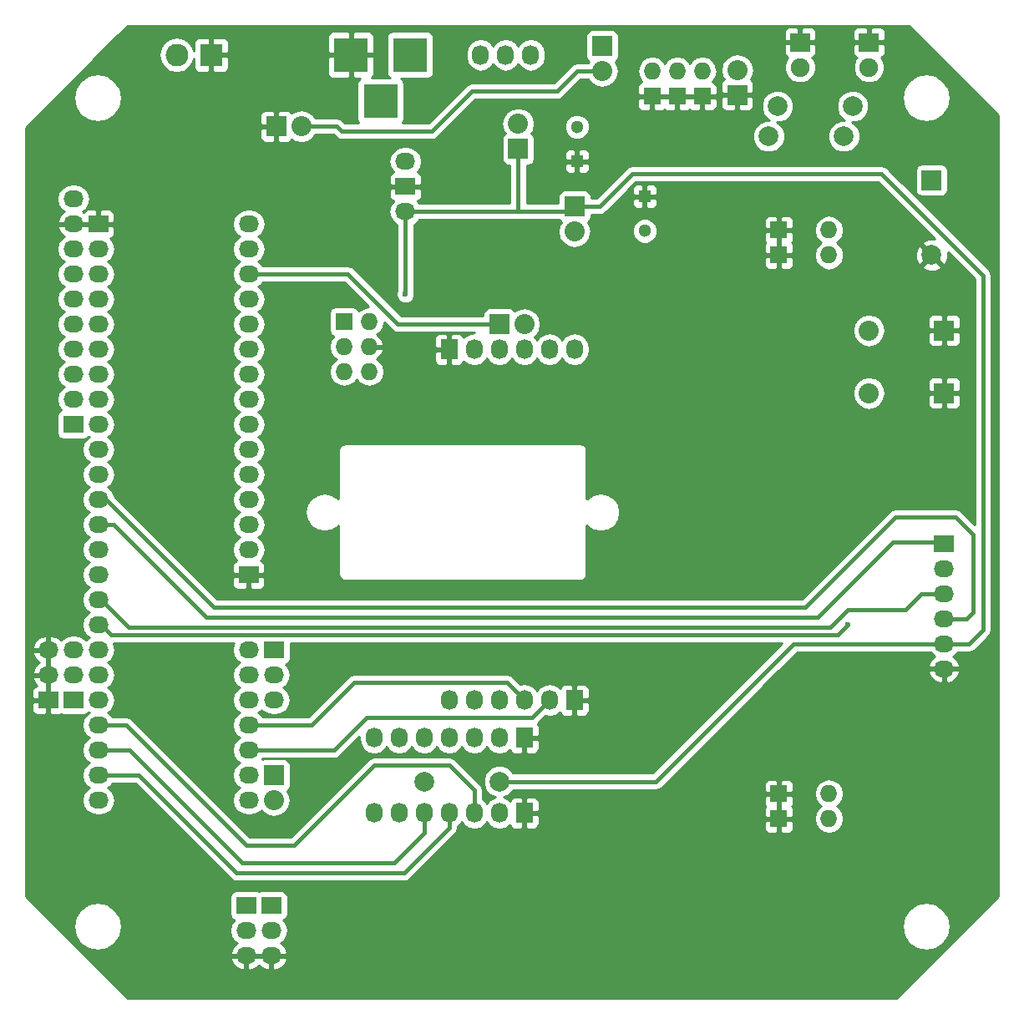
<source format=gbr>
G04 #@! TF.FileFunction,Copper,L1,Top,Signal*
%FSLAX46Y46*%
G04 Gerber Fmt 4.6, Leading zero omitted, Abs format (unit mm)*
G04 Created by KiCad (PCBNEW 4.0.5+dfsg1-4) date Sat Dec 23 15:02:43 2017*
%MOMM*%
%LPD*%
G01*
G04 APERTURE LIST*
%ADD10C,0.100000*%
%ADD11O,2.032000X1.727200*%
%ADD12R,2.032000X1.727200*%
%ADD13R,2.000000X1.900000*%
%ADD14C,1.900000*%
%ADD15R,2.300000X2.300000*%
%ADD16O,2.300000X2.300000*%
%ADD17O,1.727200X1.727200*%
%ADD18R,1.727200X1.727200*%
%ADD19O,1.727200X2.032000*%
%ADD20R,1.727200X2.032000*%
%ADD21C,1.300000*%
%ADD22R,1.300000X1.300000*%
%ADD23R,3.500120X3.500120*%
%ADD24R,2.032000X2.032000*%
%ADD25O,2.032000X2.032000*%
%ADD26C,1.998980*%
%ADD27R,2.000000X2.000000*%
%ADD28C,2.000000*%
%ADD29C,0.600000*%
%ADD30C,0.450000*%
%ADD31C,0.254000*%
G04 APERTURE END LIST*
D10*
D11*
X73330000Y-129210000D03*
X73330000Y-126670000D03*
X73330000Y-124130000D03*
X73330000Y-121590000D03*
X73330000Y-119050000D03*
X73330000Y-116510000D03*
X73330000Y-113970000D03*
D12*
X73330000Y-106350000D03*
D11*
X73330000Y-103810000D03*
X73330000Y-101270000D03*
X73330000Y-98730000D03*
X73330000Y-96190000D03*
X73330000Y-93650000D03*
X73330000Y-91110000D03*
X73330000Y-88570000D03*
X73330000Y-86030000D03*
X73330000Y-83490000D03*
X73330000Y-80950000D03*
X73330000Y-78410000D03*
X73330000Y-75870000D03*
X73330000Y-73330000D03*
X73330000Y-70790000D03*
D13*
X136195000Y-52375000D03*
D14*
X136195000Y-54915000D03*
D15*
X69520000Y-53645000D03*
D16*
X66020000Y-53645000D03*
D17*
X132140000Y-71410000D03*
X132140000Y-73950000D03*
D18*
X127060000Y-71410000D03*
X127060000Y-73950000D03*
D17*
X132140000Y-128550000D03*
X132140000Y-131090000D03*
D18*
X127060000Y-128550000D03*
X127060000Y-131090000D03*
D19*
X93650000Y-119050000D03*
X96190000Y-119050000D03*
X98730000Y-119050000D03*
X101270000Y-119050000D03*
X103810000Y-119050000D03*
D20*
X106350000Y-119050000D03*
D21*
X113462000Y-71496000D03*
D22*
X113462000Y-67996000D03*
D21*
X106604000Y-60940000D03*
D22*
X106604000Y-64440000D03*
D23*
X89690140Y-53645000D03*
X83690660Y-53645000D03*
X86690400Y-58344000D03*
D13*
X129210000Y-52375000D03*
D14*
X129210000Y-54915000D03*
D11*
X89205000Y-69520000D03*
D12*
X89205000Y-66980000D03*
D11*
X89205000Y-64440000D03*
D20*
X101270000Y-122860000D03*
D19*
X98730000Y-122860000D03*
X96190000Y-122860000D03*
X93650000Y-122860000D03*
X91110000Y-122860000D03*
X88570000Y-122860000D03*
X86030000Y-122860000D03*
X86030000Y-130480000D03*
X88570000Y-130480000D03*
X91110000Y-130480000D03*
X93650000Y-130480000D03*
X96190000Y-130480000D03*
X98730000Y-130480000D03*
D20*
X101270000Y-130480000D03*
D24*
X122860000Y-57709000D03*
D25*
X122860000Y-55169000D03*
D18*
X114224000Y-57836000D03*
D17*
X114224000Y-55296000D03*
D18*
X116764000Y-57836000D03*
D17*
X116764000Y-55296000D03*
D18*
X119304000Y-57836000D03*
D17*
X119304000Y-55296000D03*
D25*
X78664000Y-60884000D03*
D24*
X76124000Y-60884000D03*
D11*
X58090000Y-129210000D03*
X58090000Y-126670000D03*
X58090000Y-124130000D03*
X58090000Y-121590000D03*
X58090000Y-119050000D03*
X58090000Y-116510000D03*
X58090000Y-113970000D03*
X58090000Y-111430000D03*
X58090000Y-108890000D03*
X58090000Y-106350000D03*
X58090000Y-103810000D03*
X58090000Y-101270000D03*
X58090000Y-98730000D03*
X58090000Y-96190000D03*
X58090000Y-93650000D03*
X58090000Y-91110000D03*
X58090000Y-88570000D03*
X58090000Y-86030000D03*
X58090000Y-83490000D03*
X58090000Y-80950000D03*
X58090000Y-78410000D03*
X58090000Y-75870000D03*
X58090000Y-73330000D03*
D12*
X58090000Y-70790000D03*
D19*
X106350000Y-83490000D03*
X103810000Y-83490000D03*
X101270000Y-83490000D03*
X98730000Y-83490000D03*
X96190000Y-83490000D03*
D20*
X93650000Y-83490000D03*
D26*
X98730000Y-127305000D03*
X91110000Y-127305000D03*
X126924000Y-58852000D03*
X134544000Y-58852000D03*
X126035000Y-61900000D03*
X133655000Y-61900000D03*
D19*
X101905000Y-53645000D03*
X99365000Y-53645000D03*
X96825000Y-53645000D03*
D24*
X143815000Y-81585000D03*
D25*
X136195000Y-81585000D03*
D24*
X143815000Y-87935000D03*
D25*
X136195000Y-87935000D03*
D27*
X142545000Y-66345000D03*
D28*
X142545000Y-73945000D03*
D12*
X73076000Y-139878000D03*
D11*
X73076000Y-142418000D03*
X73076000Y-144958000D03*
D12*
X75616000Y-139878000D03*
D11*
X75616000Y-142418000D03*
X75616000Y-144958000D03*
D12*
X75870000Y-113970000D03*
D11*
X75870000Y-116510000D03*
X75870000Y-119050000D03*
D24*
X75870000Y-126670000D03*
D25*
X75870000Y-129210000D03*
D24*
X98730000Y-80950000D03*
D25*
X101270000Y-80950000D03*
D12*
X55550000Y-119050000D03*
D11*
X55550000Y-116510000D03*
X55550000Y-113970000D03*
D12*
X143815000Y-103175000D03*
D11*
X143815000Y-105715000D03*
X143815000Y-108255000D03*
X143815000Y-110795000D03*
X143815000Y-113335000D03*
X143815000Y-115875000D03*
D12*
X55550000Y-91110000D03*
D11*
X55550000Y-88570000D03*
X55550000Y-86030000D03*
X55550000Y-83490000D03*
X55550000Y-80950000D03*
X55550000Y-78410000D03*
X55550000Y-75870000D03*
X55550000Y-73330000D03*
X55550000Y-70790000D03*
X55550000Y-68250000D03*
D12*
X53010000Y-119050000D03*
D11*
X53010000Y-116510000D03*
X53010000Y-113970000D03*
D24*
X100635000Y-63170000D03*
D25*
X100635000Y-60630000D03*
D24*
X106350000Y-69012000D03*
D25*
X106350000Y-71552000D03*
D18*
X82982000Y-80696000D03*
D17*
X85522000Y-80696000D03*
X82982000Y-83236000D03*
X85522000Y-83236000D03*
X82982000Y-85776000D03*
X85522000Y-85776000D03*
D24*
X109144000Y-52756000D03*
D25*
X109144000Y-55296000D03*
D29*
X89205000Y-77902000D03*
X134036000Y-111430000D03*
D30*
X89205000Y-77902000D02*
X89205000Y-69520000D01*
X100635000Y-63170000D02*
X100635000Y-69520000D01*
X100635000Y-69520000D02*
X100762000Y-69520000D01*
X147752000Y-78410000D02*
X147752000Y-75997000D01*
X137465000Y-65710000D02*
X135560000Y-65710000D01*
X147752000Y-75997000D02*
X137465000Y-65710000D01*
X106350000Y-69012000D02*
X108890000Y-69012000D01*
X108890000Y-69012000D02*
X112192000Y-65710000D01*
X112192000Y-65710000D02*
X135560000Y-65710000D01*
X102286000Y-69520000D02*
X105842000Y-69520000D01*
X105842000Y-69520000D02*
X106350000Y-69012000D01*
X98730000Y-127305000D02*
X114605000Y-127305000D01*
X128575000Y-113335000D02*
X138608000Y-113335000D01*
X138608000Y-113335000D02*
X143815000Y-113335000D01*
X114605000Y-127305000D02*
X128575000Y-113335000D01*
X89205000Y-69520000D02*
X100762000Y-69520000D01*
X100762000Y-69520000D02*
X102032000Y-69520000D01*
X102032000Y-69520000D02*
X102286000Y-69520000D01*
X146355000Y-113335000D02*
X143815000Y-113335000D01*
X147752000Y-111938000D02*
X146355000Y-113335000D01*
X147752000Y-78410000D02*
X147752000Y-111938000D01*
X91110000Y-130480000D02*
X91110000Y-132512000D01*
X91110000Y-132512000D02*
X88062000Y-135560000D01*
X71425000Y-134290000D02*
X72695000Y-135560000D01*
X72695000Y-135560000D02*
X88062000Y-135560000D01*
X61265000Y-124130000D02*
X71425000Y-134290000D01*
X58090000Y-124130000D02*
X61265000Y-124130000D01*
X58090000Y-126670000D02*
X62154000Y-126670000D01*
X93650000Y-132004000D02*
X93650000Y-130480000D01*
X89078000Y-136576000D02*
X93650000Y-132004000D01*
X72060000Y-136576000D02*
X89078000Y-136576000D01*
X62154000Y-126670000D02*
X72060000Y-136576000D01*
X58090000Y-121590000D02*
X60884000Y-121590000D01*
X96190000Y-128194000D02*
X96190000Y-130480000D01*
X93650000Y-125654000D02*
X96190000Y-128194000D01*
X86030000Y-125654000D02*
X93650000Y-125654000D01*
X77902000Y-133782000D02*
X86030000Y-125654000D01*
X73076000Y-133782000D02*
X77902000Y-133782000D01*
X60884000Y-121590000D02*
X73076000Y-133782000D01*
X73330000Y-124130000D02*
X81966000Y-124130000D01*
X102032000Y-120828000D02*
X103810000Y-119050000D01*
X85268000Y-120828000D02*
X102032000Y-120828000D01*
X81966000Y-124130000D02*
X85268000Y-120828000D01*
X73330000Y-121590000D02*
X79680000Y-121590000D01*
X99492000Y-117272000D02*
X101270000Y-119050000D01*
X83998000Y-117272000D02*
X99492000Y-117272000D01*
X79680000Y-121590000D02*
X83998000Y-117272000D01*
X93777000Y-80950000D02*
X88443000Y-80950000D01*
X88443000Y-80950000D02*
X83363000Y-75870000D01*
X73330000Y-75870000D02*
X83363000Y-75870000D01*
X93777000Y-80950000D02*
X98730000Y-80950000D01*
X133020000Y-108636000D02*
X138608000Y-103048000D01*
X138608000Y-103048000D02*
X143688000Y-103048000D01*
X143688000Y-103048000D02*
X143815000Y-103175000D01*
X58090000Y-101270000D02*
X59614000Y-101270000D01*
X130988000Y-110668000D02*
X133020000Y-108636000D01*
X69012000Y-110668000D02*
X130988000Y-110668000D01*
X59614000Y-101270000D02*
X69012000Y-110668000D01*
X58090000Y-111430000D02*
X58344000Y-111430000D01*
X58344000Y-111430000D02*
X59360000Y-112446000D01*
X133020000Y-112446000D02*
X134036000Y-111430000D01*
X59360000Y-112446000D02*
X133020000Y-112446000D01*
X58090000Y-108890000D02*
X58344000Y-108890000D01*
X58344000Y-108890000D02*
X61138000Y-111684000D01*
X132258000Y-111684000D02*
X134036000Y-109906000D01*
X61138000Y-111684000D02*
X132258000Y-111684000D01*
X139878000Y-109906000D02*
X141529000Y-108255000D01*
X134036000Y-109906000D02*
X139878000Y-109906000D01*
X141529000Y-108255000D02*
X143815000Y-108255000D01*
X58090000Y-98730000D02*
X58852000Y-98730000D01*
X58852000Y-98730000D02*
X69774000Y-109652000D01*
X129718000Y-109652000D02*
X132766000Y-106604000D01*
X69774000Y-109652000D02*
X129718000Y-109652000D01*
X146101000Y-110795000D02*
X143815000Y-110795000D01*
X146736000Y-110160000D02*
X146101000Y-110795000D01*
X146736000Y-102286000D02*
X146736000Y-110160000D01*
X144958000Y-100508000D02*
X146736000Y-102286000D01*
X138862000Y-100508000D02*
X144958000Y-100508000D01*
X132766000Y-106604000D02*
X138862000Y-100508000D01*
X78664000Y-60884000D02*
X82220000Y-60884000D01*
X106604000Y-55296000D02*
X109144000Y-55296000D01*
X104572000Y-57328000D02*
X106604000Y-55296000D01*
X95936000Y-57328000D02*
X104572000Y-57328000D01*
X91872000Y-61392000D02*
X95936000Y-57328000D01*
X82728000Y-61392000D02*
X91872000Y-61392000D01*
X82220000Y-60884000D02*
X82728000Y-61392000D01*
D31*
G36*
X149290000Y-59794092D02*
X149290000Y-138955908D01*
X138955908Y-149290000D01*
X61044092Y-149290000D01*
X57071118Y-145317026D01*
X71468642Y-145317026D01*
X71471291Y-145332791D01*
X71725268Y-145860036D01*
X72161680Y-146249954D01*
X72714087Y-146443184D01*
X72949000Y-146298924D01*
X72949000Y-145085000D01*
X73203000Y-145085000D01*
X73203000Y-146298924D01*
X73437913Y-146443184D01*
X73990320Y-146249954D01*
X74346000Y-145932167D01*
X74701680Y-146249954D01*
X75254087Y-146443184D01*
X75489000Y-146298924D01*
X75489000Y-145085000D01*
X75743000Y-145085000D01*
X75743000Y-146298924D01*
X75977913Y-146443184D01*
X76530320Y-146249954D01*
X76966732Y-145860036D01*
X77220709Y-145332791D01*
X77223358Y-145317026D01*
X77102217Y-145085000D01*
X75743000Y-145085000D01*
X75489000Y-145085000D01*
X73203000Y-145085000D01*
X72949000Y-145085000D01*
X71589783Y-145085000D01*
X71468642Y-145317026D01*
X57071118Y-145317026D01*
X53754092Y-142000000D01*
X55540000Y-142000000D01*
X55727256Y-142941401D01*
X56260517Y-143739483D01*
X57058599Y-144272744D01*
X58000000Y-144460000D01*
X58941401Y-144272744D01*
X59739483Y-143739483D01*
X60272744Y-142941401D01*
X60376854Y-142418000D01*
X71392655Y-142418000D01*
X71506729Y-142991489D01*
X71831585Y-143477670D01*
X72141069Y-143684461D01*
X71725268Y-144055964D01*
X71471291Y-144583209D01*
X71468642Y-144598974D01*
X71589783Y-144831000D01*
X72949000Y-144831000D01*
X72949000Y-144811000D01*
X73203000Y-144811000D01*
X73203000Y-144831000D01*
X75489000Y-144831000D01*
X75489000Y-144811000D01*
X75743000Y-144811000D01*
X75743000Y-144831000D01*
X77102217Y-144831000D01*
X77223358Y-144598974D01*
X77220709Y-144583209D01*
X76966732Y-144055964D01*
X76550931Y-143684461D01*
X76860415Y-143477670D01*
X77185271Y-142991489D01*
X77299345Y-142418000D01*
X77216200Y-142000000D01*
X139540000Y-142000000D01*
X139727256Y-142941401D01*
X140260517Y-143739483D01*
X141058599Y-144272744D01*
X142000000Y-144460000D01*
X142941401Y-144272744D01*
X143739483Y-143739483D01*
X144272744Y-142941401D01*
X144460000Y-142000000D01*
X144272744Y-141058599D01*
X143739483Y-140260517D01*
X142941401Y-139727256D01*
X142000000Y-139540000D01*
X141058599Y-139727256D01*
X140260517Y-140260517D01*
X139727256Y-141058599D01*
X139540000Y-142000000D01*
X77216200Y-142000000D01*
X77185271Y-141844511D01*
X76860415Y-141358330D01*
X76846087Y-141348757D01*
X76867317Y-141344762D01*
X77083441Y-141205690D01*
X77228431Y-140993490D01*
X77279440Y-140741600D01*
X77279440Y-139014400D01*
X77235162Y-138779083D01*
X77096090Y-138562959D01*
X76883890Y-138417969D01*
X76632000Y-138366960D01*
X74600000Y-138366960D01*
X74364683Y-138411238D01*
X74348901Y-138421393D01*
X74343890Y-138417969D01*
X74092000Y-138366960D01*
X72060000Y-138366960D01*
X71824683Y-138411238D01*
X71608559Y-138550310D01*
X71463569Y-138762510D01*
X71412560Y-139014400D01*
X71412560Y-140741600D01*
X71456838Y-140976917D01*
X71595910Y-141193041D01*
X71808110Y-141338031D01*
X71849439Y-141346400D01*
X71831585Y-141358330D01*
X71506729Y-141844511D01*
X71392655Y-142418000D01*
X60376854Y-142418000D01*
X60460000Y-142000000D01*
X60272744Y-141058599D01*
X59739483Y-140260517D01*
X58941401Y-139727256D01*
X58000000Y-139540000D01*
X57058599Y-139727256D01*
X56260517Y-140260517D01*
X55727256Y-141058599D01*
X55540000Y-142000000D01*
X53754092Y-142000000D01*
X50710000Y-138955908D01*
X50710000Y-119335750D01*
X51359000Y-119335750D01*
X51359000Y-120039910D01*
X51455673Y-120273299D01*
X51634302Y-120451927D01*
X51867691Y-120548600D01*
X52724250Y-120548600D01*
X52883000Y-120389850D01*
X52883000Y-119177000D01*
X51517750Y-119177000D01*
X51359000Y-119335750D01*
X50710000Y-119335750D01*
X50710000Y-118060090D01*
X51359000Y-118060090D01*
X51359000Y-118764250D01*
X51517750Y-118923000D01*
X52883000Y-118923000D01*
X52883000Y-116637000D01*
X51523783Y-116637000D01*
X51402642Y-116869026D01*
X51405291Y-116884791D01*
X51659268Y-117412036D01*
X51831861Y-117566241D01*
X51634302Y-117648073D01*
X51455673Y-117826701D01*
X51359000Y-118060090D01*
X50710000Y-118060090D01*
X50710000Y-114329026D01*
X51402642Y-114329026D01*
X51405291Y-114344791D01*
X51659268Y-114872036D01*
X52071108Y-115240000D01*
X51659268Y-115607964D01*
X51405291Y-116135209D01*
X51402642Y-116150974D01*
X51523783Y-116383000D01*
X52883000Y-116383000D01*
X52883000Y-114097000D01*
X51523783Y-114097000D01*
X51402642Y-114329026D01*
X50710000Y-114329026D01*
X50710000Y-113610974D01*
X51402642Y-113610974D01*
X51523783Y-113843000D01*
X52883000Y-113843000D01*
X52883000Y-112629076D01*
X53137000Y-112629076D01*
X53137000Y-113843000D01*
X53157000Y-113843000D01*
X53157000Y-114097000D01*
X53137000Y-114097000D01*
X53137000Y-116383000D01*
X53157000Y-116383000D01*
X53157000Y-116637000D01*
X53137000Y-116637000D01*
X53137000Y-118923000D01*
X53157000Y-118923000D01*
X53157000Y-119177000D01*
X53137000Y-119177000D01*
X53137000Y-120389850D01*
X53295750Y-120548600D01*
X54152309Y-120548600D01*
X54268263Y-120500570D01*
X54282110Y-120510031D01*
X54534000Y-120561040D01*
X56566000Y-120561040D01*
X56801317Y-120516762D01*
X57017441Y-120377690D01*
X57089303Y-120272517D01*
X57160366Y-120320000D01*
X56845585Y-120530330D01*
X56520729Y-121016511D01*
X56406655Y-121590000D01*
X56520729Y-122163489D01*
X56845585Y-122649670D01*
X57160366Y-122860000D01*
X56845585Y-123070330D01*
X56520729Y-123556511D01*
X56406655Y-124130000D01*
X56520729Y-124703489D01*
X56845585Y-125189670D01*
X57160366Y-125400000D01*
X56845585Y-125610330D01*
X56520729Y-126096511D01*
X56406655Y-126670000D01*
X56520729Y-127243489D01*
X56845585Y-127729670D01*
X57160366Y-127940000D01*
X56845585Y-128150330D01*
X56520729Y-128636511D01*
X56406655Y-129210000D01*
X56520729Y-129783489D01*
X56845585Y-130269670D01*
X57331766Y-130594526D01*
X57905255Y-130708600D01*
X58274745Y-130708600D01*
X58848234Y-130594526D01*
X59334415Y-130269670D01*
X59659271Y-129783489D01*
X59773345Y-129210000D01*
X59659271Y-128636511D01*
X59334415Y-128150330D01*
X59019634Y-127940000D01*
X59334415Y-127729670D01*
X59467830Y-127530000D01*
X61797776Y-127530000D01*
X71451888Y-137184112D01*
X71730893Y-137370537D01*
X72060000Y-137436001D01*
X72060005Y-137436000D01*
X89078000Y-137436000D01*
X89407108Y-137370536D01*
X89686112Y-137184112D01*
X94258112Y-132612112D01*
X94444536Y-132333108D01*
X94510000Y-132004000D01*
X94510000Y-131857830D01*
X94709670Y-131724415D01*
X94920000Y-131409634D01*
X95130330Y-131724415D01*
X95616511Y-132049271D01*
X96190000Y-132163345D01*
X96763489Y-132049271D01*
X97249670Y-131724415D01*
X97460000Y-131409634D01*
X97670330Y-131724415D01*
X98156511Y-132049271D01*
X98730000Y-132163345D01*
X99303489Y-132049271D01*
X99789670Y-131724415D01*
X99804500Y-131702220D01*
X99868073Y-131855698D01*
X100046701Y-132034327D01*
X100280090Y-132131000D01*
X100984250Y-132131000D01*
X101143000Y-131972250D01*
X101143000Y-130607000D01*
X101397000Y-130607000D01*
X101397000Y-131972250D01*
X101555750Y-132131000D01*
X102259910Y-132131000D01*
X102493299Y-132034327D01*
X102671927Y-131855698D01*
X102768600Y-131622309D01*
X102768600Y-131375750D01*
X125561400Y-131375750D01*
X125561400Y-132079909D01*
X125658073Y-132313298D01*
X125836701Y-132491927D01*
X126070090Y-132588600D01*
X126774250Y-132588600D01*
X126933000Y-132429850D01*
X126933000Y-131217000D01*
X127187000Y-131217000D01*
X127187000Y-132429850D01*
X127345750Y-132588600D01*
X128049910Y-132588600D01*
X128283299Y-132491927D01*
X128461927Y-132313298D01*
X128558600Y-132079909D01*
X128558600Y-131375750D01*
X128399850Y-131217000D01*
X127187000Y-131217000D01*
X126933000Y-131217000D01*
X125720150Y-131217000D01*
X125561400Y-131375750D01*
X102768600Y-131375750D01*
X102768600Y-130765750D01*
X102609850Y-130607000D01*
X101397000Y-130607000D01*
X101143000Y-130607000D01*
X101123000Y-130607000D01*
X101123000Y-130353000D01*
X101143000Y-130353000D01*
X101143000Y-128987750D01*
X101397000Y-128987750D01*
X101397000Y-130353000D01*
X102609850Y-130353000D01*
X102768600Y-130194250D01*
X102768600Y-129337691D01*
X102671927Y-129104302D01*
X102493299Y-128925673D01*
X102276206Y-128835750D01*
X125561400Y-128835750D01*
X125561400Y-129539909D01*
X125658073Y-129773298D01*
X125704775Y-129820000D01*
X125658073Y-129866702D01*
X125561400Y-130100091D01*
X125561400Y-130804250D01*
X125720150Y-130963000D01*
X126933000Y-130963000D01*
X126933000Y-128677000D01*
X127187000Y-128677000D01*
X127187000Y-130963000D01*
X128399850Y-130963000D01*
X128558600Y-130804250D01*
X128558600Y-130100091D01*
X128461927Y-129866702D01*
X128415225Y-129820000D01*
X128461927Y-129773298D01*
X128558600Y-129539909D01*
X128558600Y-128835750D01*
X128399850Y-128677000D01*
X127187000Y-128677000D01*
X126933000Y-128677000D01*
X125720150Y-128677000D01*
X125561400Y-128835750D01*
X102276206Y-128835750D01*
X102259910Y-128829000D01*
X101555750Y-128829000D01*
X101397000Y-128987750D01*
X101143000Y-128987750D01*
X100984250Y-128829000D01*
X100280090Y-128829000D01*
X100046701Y-128925673D01*
X99868073Y-129104302D01*
X99804500Y-129257780D01*
X99789670Y-129235585D01*
X99303489Y-128910729D01*
X99182320Y-128886627D01*
X99654655Y-128691462D01*
X99825774Y-128520641D01*
X130641400Y-128520641D01*
X130641400Y-128579359D01*
X130755474Y-129152848D01*
X131080330Y-129639029D01*
X131351172Y-129820000D01*
X131080330Y-130000971D01*
X130755474Y-130487152D01*
X130641400Y-131060641D01*
X130641400Y-131119359D01*
X130755474Y-131692848D01*
X131080330Y-132179029D01*
X131566511Y-132503885D01*
X132140000Y-132617959D01*
X132713489Y-132503885D01*
X133199670Y-132179029D01*
X133524526Y-131692848D01*
X133638600Y-131119359D01*
X133638600Y-131060641D01*
X133524526Y-130487152D01*
X133199670Y-130000971D01*
X132928828Y-129820000D01*
X133199670Y-129639029D01*
X133524526Y-129152848D01*
X133638600Y-128579359D01*
X133638600Y-128520641D01*
X133524526Y-127947152D01*
X133199670Y-127460971D01*
X132713489Y-127136115D01*
X132140000Y-127022041D01*
X131566511Y-127136115D01*
X131080330Y-127460971D01*
X130755474Y-127947152D01*
X130641400Y-128520641D01*
X99825774Y-128520641D01*
X100114846Y-128232073D01*
X100142697Y-128165000D01*
X114605000Y-128165000D01*
X114934108Y-128099536D01*
X115213112Y-127913112D01*
X115566133Y-127560091D01*
X125561400Y-127560091D01*
X125561400Y-128264250D01*
X125720150Y-128423000D01*
X126933000Y-128423000D01*
X126933000Y-127210150D01*
X127187000Y-127210150D01*
X127187000Y-128423000D01*
X128399850Y-128423000D01*
X128558600Y-128264250D01*
X128558600Y-127560091D01*
X128461927Y-127326702D01*
X128283299Y-127148073D01*
X128049910Y-127051400D01*
X127345750Y-127051400D01*
X127187000Y-127210150D01*
X126933000Y-127210150D01*
X126774250Y-127051400D01*
X126070090Y-127051400D01*
X125836701Y-127148073D01*
X125658073Y-127326702D01*
X125561400Y-127560091D01*
X115566133Y-127560091D01*
X126892198Y-116234026D01*
X142207642Y-116234026D01*
X142210291Y-116249791D01*
X142464268Y-116777036D01*
X142900680Y-117166954D01*
X143453087Y-117360184D01*
X143688000Y-117215924D01*
X143688000Y-116002000D01*
X143942000Y-116002000D01*
X143942000Y-117215924D01*
X144176913Y-117360184D01*
X144729320Y-117166954D01*
X145165732Y-116777036D01*
X145419709Y-116249791D01*
X145422358Y-116234026D01*
X145301217Y-116002000D01*
X143942000Y-116002000D01*
X143688000Y-116002000D01*
X142328783Y-116002000D01*
X142207642Y-116234026D01*
X126892198Y-116234026D01*
X128931224Y-114195000D01*
X142437170Y-114195000D01*
X142570585Y-114394670D01*
X142880069Y-114601461D01*
X142464268Y-114972964D01*
X142210291Y-115500209D01*
X142207642Y-115515974D01*
X142328783Y-115748000D01*
X143688000Y-115748000D01*
X143688000Y-115728000D01*
X143942000Y-115728000D01*
X143942000Y-115748000D01*
X145301217Y-115748000D01*
X145422358Y-115515974D01*
X145419709Y-115500209D01*
X145165732Y-114972964D01*
X144749931Y-114601461D01*
X145059415Y-114394670D01*
X145192830Y-114195000D01*
X146355000Y-114195000D01*
X146684108Y-114129536D01*
X146963112Y-113943112D01*
X148360112Y-112546112D01*
X148546536Y-112267108D01*
X148612000Y-111938000D01*
X148612000Y-75997000D01*
X148546536Y-75667892D01*
X148360112Y-75388888D01*
X138316224Y-65345000D01*
X140897560Y-65345000D01*
X140897560Y-67345000D01*
X140941838Y-67580317D01*
X141080910Y-67796441D01*
X141293110Y-67941431D01*
X141545000Y-67992440D01*
X143545000Y-67992440D01*
X143780317Y-67948162D01*
X143996441Y-67809090D01*
X144141431Y-67596890D01*
X144192440Y-67345000D01*
X144192440Y-65345000D01*
X144148162Y-65109683D01*
X144009090Y-64893559D01*
X143796890Y-64748569D01*
X143545000Y-64697560D01*
X141545000Y-64697560D01*
X141309683Y-64741838D01*
X141093559Y-64880910D01*
X140948569Y-65093110D01*
X140897560Y-65345000D01*
X138316224Y-65345000D01*
X138073112Y-65101888D01*
X137940813Y-65013489D01*
X137794108Y-64915464D01*
X137465000Y-64850000D01*
X112192000Y-64850000D01*
X111862892Y-64915464D01*
X111716187Y-65013489D01*
X111583888Y-65101888D01*
X108533776Y-68152000D01*
X108013440Y-68152000D01*
X108013440Y-67996000D01*
X107969162Y-67760683D01*
X107830090Y-67544559D01*
X107617890Y-67399569D01*
X107366000Y-67348560D01*
X105334000Y-67348560D01*
X105098683Y-67392838D01*
X104882559Y-67531910D01*
X104737569Y-67744110D01*
X104686560Y-67996000D01*
X104686560Y-68660000D01*
X101495000Y-68660000D01*
X101495000Y-64833440D01*
X101651000Y-64833440D01*
X101886317Y-64789162D01*
X101984862Y-64725750D01*
X105319000Y-64725750D01*
X105319000Y-65216309D01*
X105415673Y-65449698D01*
X105594301Y-65628327D01*
X105827690Y-65725000D01*
X106318250Y-65725000D01*
X106477000Y-65566250D01*
X106477000Y-64567000D01*
X106731000Y-64567000D01*
X106731000Y-65566250D01*
X106889750Y-65725000D01*
X107380310Y-65725000D01*
X107613699Y-65628327D01*
X107792327Y-65449698D01*
X107889000Y-65216309D01*
X107889000Y-64725750D01*
X107730250Y-64567000D01*
X106731000Y-64567000D01*
X106477000Y-64567000D01*
X105477750Y-64567000D01*
X105319000Y-64725750D01*
X101984862Y-64725750D01*
X102102441Y-64650090D01*
X102247431Y-64437890D01*
X102298440Y-64186000D01*
X102298440Y-63663691D01*
X105319000Y-63663691D01*
X105319000Y-64154250D01*
X105477750Y-64313000D01*
X106477000Y-64313000D01*
X106477000Y-63313750D01*
X106731000Y-63313750D01*
X106731000Y-64313000D01*
X107730250Y-64313000D01*
X107889000Y-64154250D01*
X107889000Y-63663691D01*
X107792327Y-63430302D01*
X107613699Y-63251673D01*
X107380310Y-63155000D01*
X106889750Y-63155000D01*
X106731000Y-63313750D01*
X106477000Y-63313750D01*
X106318250Y-63155000D01*
X105827690Y-63155000D01*
X105594301Y-63251673D01*
X105415673Y-63430302D01*
X105319000Y-63663691D01*
X102298440Y-63663691D01*
X102298440Y-62154000D01*
X102254162Y-61918683D01*
X102115090Y-61702559D01*
X101966163Y-61600802D01*
X102192670Y-61261810D01*
X102206062Y-61194481D01*
X105318777Y-61194481D01*
X105513995Y-61666943D01*
X105875155Y-62028735D01*
X106347276Y-62224777D01*
X106858481Y-62225223D01*
X106862181Y-62223694D01*
X124400226Y-62223694D01*
X124648538Y-62824655D01*
X125107927Y-63284846D01*
X125708453Y-63534206D01*
X126358694Y-63534774D01*
X126959655Y-63286462D01*
X127419846Y-62827073D01*
X127669206Y-62226547D01*
X127669208Y-62223694D01*
X132020226Y-62223694D01*
X132268538Y-62824655D01*
X132727927Y-63284846D01*
X133328453Y-63534206D01*
X133978694Y-63534774D01*
X134579655Y-63286462D01*
X135039846Y-62827073D01*
X135289206Y-62226547D01*
X135289774Y-61576306D01*
X135041462Y-60975345D01*
X134582073Y-60515154D01*
X134512980Y-60486464D01*
X134867694Y-60486774D01*
X135468655Y-60238462D01*
X135928846Y-59779073D01*
X136178206Y-59178547D01*
X136178774Y-58528306D01*
X135960483Y-58000000D01*
X139540000Y-58000000D01*
X139727256Y-58941401D01*
X140260517Y-59739483D01*
X141058599Y-60272744D01*
X142000000Y-60460000D01*
X142941401Y-60272744D01*
X143739483Y-59739483D01*
X144272744Y-58941401D01*
X144460000Y-58000000D01*
X144272744Y-57058599D01*
X143739483Y-56260517D01*
X142941401Y-55727256D01*
X142000000Y-55540000D01*
X141058599Y-55727256D01*
X140260517Y-56260517D01*
X139727256Y-57058599D01*
X139540000Y-58000000D01*
X135960483Y-58000000D01*
X135930462Y-57927345D01*
X135471073Y-57467154D01*
X134870547Y-57217794D01*
X134220306Y-57217226D01*
X133619345Y-57465538D01*
X133159154Y-57924927D01*
X132909794Y-58525453D01*
X132909226Y-59175694D01*
X133157538Y-59776655D01*
X133616927Y-60236846D01*
X133686020Y-60265536D01*
X133331306Y-60265226D01*
X132730345Y-60513538D01*
X132270154Y-60972927D01*
X132020794Y-61573453D01*
X132020226Y-62223694D01*
X127669208Y-62223694D01*
X127669774Y-61576306D01*
X127421462Y-60975345D01*
X126962073Y-60515154D01*
X126892980Y-60486464D01*
X127247694Y-60486774D01*
X127848655Y-60238462D01*
X128308846Y-59779073D01*
X128558206Y-59178547D01*
X128558774Y-58528306D01*
X128310462Y-57927345D01*
X127851073Y-57467154D01*
X127250547Y-57217794D01*
X126600306Y-57217226D01*
X125999345Y-57465538D01*
X125539154Y-57924927D01*
X125289794Y-58525453D01*
X125289226Y-59175694D01*
X125537538Y-59776655D01*
X125996927Y-60236846D01*
X126066020Y-60265536D01*
X125711306Y-60265226D01*
X125110345Y-60513538D01*
X124650154Y-60972927D01*
X124400794Y-61573453D01*
X124400226Y-62223694D01*
X106862181Y-62223694D01*
X107330943Y-62030005D01*
X107692735Y-61668845D01*
X107888777Y-61196724D01*
X107889223Y-60685519D01*
X107694005Y-60213057D01*
X107332845Y-59851265D01*
X106860724Y-59655223D01*
X106349519Y-59654777D01*
X105877057Y-59849995D01*
X105515265Y-60211155D01*
X105319223Y-60683276D01*
X105318777Y-61194481D01*
X102206062Y-61194481D01*
X102318345Y-60630000D01*
X102192670Y-59998190D01*
X101834778Y-59462567D01*
X101299155Y-59104675D01*
X100667345Y-58979000D01*
X100602655Y-58979000D01*
X99970845Y-59104675D01*
X99435222Y-59462567D01*
X99077330Y-59998190D01*
X98951655Y-60630000D01*
X99077330Y-61261810D01*
X99304499Y-61601792D01*
X99167559Y-61689910D01*
X99022569Y-61902110D01*
X98971560Y-62154000D01*
X98971560Y-64186000D01*
X99015838Y-64421317D01*
X99154910Y-64637441D01*
X99367110Y-64782431D01*
X99619000Y-64833440D01*
X99775000Y-64833440D01*
X99775000Y-68660000D01*
X90582830Y-68660000D01*
X90449415Y-68460330D01*
X90427220Y-68445500D01*
X90580698Y-68381927D01*
X90759327Y-68203299D01*
X90856000Y-67969910D01*
X90856000Y-67265750D01*
X90697250Y-67107000D01*
X89332000Y-67107000D01*
X89332000Y-67127000D01*
X89078000Y-67127000D01*
X89078000Y-67107000D01*
X87712750Y-67107000D01*
X87554000Y-67265750D01*
X87554000Y-67969910D01*
X87650673Y-68203299D01*
X87829302Y-68381927D01*
X87982780Y-68445500D01*
X87960585Y-68460330D01*
X87635729Y-68946511D01*
X87521655Y-69520000D01*
X87635729Y-70093489D01*
X87960585Y-70579670D01*
X88345000Y-70836528D01*
X88345000Y-77534972D01*
X88270162Y-77715201D01*
X88269838Y-78087167D01*
X88411883Y-78430943D01*
X88674673Y-78694192D01*
X89018201Y-78836838D01*
X89390167Y-78837162D01*
X89733943Y-78695117D01*
X89997192Y-78432327D01*
X90139838Y-78088799D01*
X90140162Y-77716833D01*
X90065000Y-77534927D01*
X90065000Y-74235750D01*
X125561400Y-74235750D01*
X125561400Y-74939909D01*
X125658073Y-75173298D01*
X125836701Y-75351927D01*
X126070090Y-75448600D01*
X126774250Y-75448600D01*
X126933000Y-75289850D01*
X126933000Y-74077000D01*
X127187000Y-74077000D01*
X127187000Y-75289850D01*
X127345750Y-75448600D01*
X128049910Y-75448600D01*
X128283299Y-75351927D01*
X128461927Y-75173298D01*
X128558600Y-74939909D01*
X128558600Y-74235750D01*
X128399850Y-74077000D01*
X127187000Y-74077000D01*
X126933000Y-74077000D01*
X125720150Y-74077000D01*
X125561400Y-74235750D01*
X90065000Y-74235750D01*
X90065000Y-70836528D01*
X90449415Y-70579670D01*
X90582830Y-70380000D01*
X104805921Y-70380000D01*
X104869910Y-70479441D01*
X105018837Y-70581198D01*
X104792330Y-70920190D01*
X104666655Y-71552000D01*
X104792330Y-72183810D01*
X105150222Y-72719433D01*
X105685845Y-73077325D01*
X106317655Y-73203000D01*
X106382345Y-73203000D01*
X107014155Y-73077325D01*
X107549778Y-72719433D01*
X107907670Y-72183810D01*
X107993864Y-71750481D01*
X112176777Y-71750481D01*
X112371995Y-72222943D01*
X112733155Y-72584735D01*
X113205276Y-72780777D01*
X113716481Y-72781223D01*
X114188943Y-72586005D01*
X114550735Y-72224845D01*
X114746777Y-71752724D01*
X114746826Y-71695750D01*
X125561400Y-71695750D01*
X125561400Y-72399909D01*
X125658073Y-72633298D01*
X125704775Y-72680000D01*
X125658073Y-72726702D01*
X125561400Y-72960091D01*
X125561400Y-73664250D01*
X125720150Y-73823000D01*
X126933000Y-73823000D01*
X126933000Y-71537000D01*
X127187000Y-71537000D01*
X127187000Y-73823000D01*
X128399850Y-73823000D01*
X128558600Y-73664250D01*
X128558600Y-72960091D01*
X128461927Y-72726702D01*
X128415225Y-72680000D01*
X128461927Y-72633298D01*
X128558600Y-72399909D01*
X128558600Y-71695750D01*
X128399850Y-71537000D01*
X127187000Y-71537000D01*
X126933000Y-71537000D01*
X125720150Y-71537000D01*
X125561400Y-71695750D01*
X114746826Y-71695750D01*
X114747101Y-71380641D01*
X130641400Y-71380641D01*
X130641400Y-71439359D01*
X130755474Y-72012848D01*
X131080330Y-72499029D01*
X131351172Y-72680000D01*
X131080330Y-72860971D01*
X130755474Y-73347152D01*
X130641400Y-73920641D01*
X130641400Y-73979359D01*
X130755474Y-74552848D01*
X131080330Y-75039029D01*
X131566511Y-75363885D01*
X132140000Y-75477959D01*
X132713489Y-75363885D01*
X133112114Y-75097532D01*
X141572073Y-75097532D01*
X141670736Y-75364387D01*
X142280461Y-75590908D01*
X142930460Y-75566856D01*
X143419264Y-75364387D01*
X143517927Y-75097532D01*
X142545000Y-74124605D01*
X141572073Y-75097532D01*
X133112114Y-75097532D01*
X133199670Y-75039029D01*
X133524526Y-74552848D01*
X133638600Y-73979359D01*
X133638600Y-73920641D01*
X133590826Y-73680461D01*
X140899092Y-73680461D01*
X140923144Y-74330460D01*
X141125613Y-74819264D01*
X141392468Y-74917927D01*
X142365395Y-73945000D01*
X141392468Y-72972073D01*
X141125613Y-73070736D01*
X140899092Y-73680461D01*
X133590826Y-73680461D01*
X133524526Y-73347152D01*
X133199670Y-72860971D01*
X132928828Y-72680000D01*
X133199670Y-72499029D01*
X133524526Y-72012848D01*
X133638600Y-71439359D01*
X133638600Y-71380641D01*
X133524526Y-70807152D01*
X133199670Y-70320971D01*
X132713489Y-69996115D01*
X132140000Y-69882041D01*
X131566511Y-69996115D01*
X131080330Y-70320971D01*
X130755474Y-70807152D01*
X130641400Y-71380641D01*
X114747101Y-71380641D01*
X114747223Y-71241519D01*
X114552005Y-70769057D01*
X114203649Y-70420091D01*
X125561400Y-70420091D01*
X125561400Y-71124250D01*
X125720150Y-71283000D01*
X126933000Y-71283000D01*
X126933000Y-70070150D01*
X127187000Y-70070150D01*
X127187000Y-71283000D01*
X128399850Y-71283000D01*
X128558600Y-71124250D01*
X128558600Y-70420091D01*
X128461927Y-70186702D01*
X128283299Y-70008073D01*
X128049910Y-69911400D01*
X127345750Y-69911400D01*
X127187000Y-70070150D01*
X126933000Y-70070150D01*
X126774250Y-69911400D01*
X126070090Y-69911400D01*
X125836701Y-70008073D01*
X125658073Y-70186702D01*
X125561400Y-70420091D01*
X114203649Y-70420091D01*
X114190845Y-70407265D01*
X113718724Y-70211223D01*
X113207519Y-70210777D01*
X112735057Y-70405995D01*
X112373265Y-70767155D01*
X112177223Y-71239276D01*
X112176777Y-71750481D01*
X107993864Y-71750481D01*
X108033345Y-71552000D01*
X107907670Y-70920190D01*
X107680501Y-70580208D01*
X107817441Y-70492090D01*
X107962431Y-70279890D01*
X108013440Y-70028000D01*
X108013440Y-69872000D01*
X108890000Y-69872000D01*
X109219108Y-69806536D01*
X109498112Y-69620112D01*
X110836474Y-68281750D01*
X112177000Y-68281750D01*
X112177000Y-68772309D01*
X112273673Y-69005698D01*
X112452301Y-69184327D01*
X112685690Y-69281000D01*
X113176250Y-69281000D01*
X113335000Y-69122250D01*
X113335000Y-68123000D01*
X113589000Y-68123000D01*
X113589000Y-69122250D01*
X113747750Y-69281000D01*
X114238310Y-69281000D01*
X114471699Y-69184327D01*
X114650327Y-69005698D01*
X114747000Y-68772309D01*
X114747000Y-68281750D01*
X114588250Y-68123000D01*
X113589000Y-68123000D01*
X113335000Y-68123000D01*
X112335750Y-68123000D01*
X112177000Y-68281750D01*
X110836474Y-68281750D01*
X111898533Y-67219691D01*
X112177000Y-67219691D01*
X112177000Y-67710250D01*
X112335750Y-67869000D01*
X113335000Y-67869000D01*
X113335000Y-66869750D01*
X113589000Y-66869750D01*
X113589000Y-67869000D01*
X114588250Y-67869000D01*
X114747000Y-67710250D01*
X114747000Y-67219691D01*
X114650327Y-66986302D01*
X114471699Y-66807673D01*
X114238310Y-66711000D01*
X113747750Y-66711000D01*
X113589000Y-66869750D01*
X113335000Y-66869750D01*
X113176250Y-66711000D01*
X112685690Y-66711000D01*
X112452301Y-66807673D01*
X112273673Y-66986302D01*
X112177000Y-67219691D01*
X111898533Y-67219691D01*
X112548224Y-66570000D01*
X137108776Y-66570000D01*
X142854614Y-72315838D01*
X142809539Y-72299092D01*
X142159540Y-72323144D01*
X141670736Y-72525613D01*
X141572073Y-72792468D01*
X142545000Y-73765395D01*
X142559143Y-73751253D01*
X142738748Y-73930858D01*
X142724605Y-73945000D01*
X143697532Y-74917927D01*
X143964387Y-74819264D01*
X144190908Y-74209539D01*
X144169490Y-73630714D01*
X146892000Y-76353224D01*
X146892000Y-101225776D01*
X145566112Y-99899888D01*
X145544540Y-99885474D01*
X145287108Y-99713464D01*
X144958000Y-99648000D01*
X138862000Y-99648000D01*
X138532892Y-99713464D01*
X138275460Y-99885474D01*
X138253888Y-99899888D01*
X129361776Y-108792000D01*
X70130223Y-108792000D01*
X67973974Y-106635750D01*
X71679000Y-106635750D01*
X71679000Y-107339910D01*
X71775673Y-107573299D01*
X71954302Y-107751927D01*
X72187691Y-107848600D01*
X73044250Y-107848600D01*
X73203000Y-107689850D01*
X73203000Y-106477000D01*
X73457000Y-106477000D01*
X73457000Y-107689850D01*
X73615750Y-107848600D01*
X74472309Y-107848600D01*
X74705698Y-107751927D01*
X74884327Y-107573299D01*
X74981000Y-107339910D01*
X74981000Y-106635750D01*
X74822250Y-106477000D01*
X73457000Y-106477000D01*
X73203000Y-106477000D01*
X71837750Y-106477000D01*
X71679000Y-106635750D01*
X67973974Y-106635750D01*
X59700126Y-98361902D01*
X59659271Y-98156511D01*
X59334415Y-97670330D01*
X59019634Y-97460000D01*
X59334415Y-97249670D01*
X59659271Y-96763489D01*
X59773345Y-96190000D01*
X59659271Y-95616511D01*
X59334415Y-95130330D01*
X59019634Y-94920000D01*
X59334415Y-94709670D01*
X59659271Y-94223489D01*
X59773345Y-93650000D01*
X59659271Y-93076511D01*
X59334415Y-92590330D01*
X59019634Y-92380000D01*
X59334415Y-92169670D01*
X59659271Y-91683489D01*
X59773345Y-91110000D01*
X59659271Y-90536511D01*
X59334415Y-90050330D01*
X59019634Y-89840000D01*
X59334415Y-89629670D01*
X59659271Y-89143489D01*
X59773345Y-88570000D01*
X59659271Y-87996511D01*
X59334415Y-87510330D01*
X59019634Y-87300000D01*
X59334415Y-87089670D01*
X59659271Y-86603489D01*
X59773345Y-86030000D01*
X59659271Y-85456511D01*
X59334415Y-84970330D01*
X59019634Y-84760000D01*
X59334415Y-84549670D01*
X59659271Y-84063489D01*
X59773345Y-83490000D01*
X59659271Y-82916511D01*
X59334415Y-82430330D01*
X59019634Y-82220000D01*
X59334415Y-82009670D01*
X59659271Y-81523489D01*
X59773345Y-80950000D01*
X59659271Y-80376511D01*
X59334415Y-79890330D01*
X59019634Y-79680000D01*
X59334415Y-79469670D01*
X59659271Y-78983489D01*
X59773345Y-78410000D01*
X59659271Y-77836511D01*
X59334415Y-77350330D01*
X59019634Y-77140000D01*
X59334415Y-76929670D01*
X59659271Y-76443489D01*
X59773345Y-75870000D01*
X59659271Y-75296511D01*
X59334415Y-74810330D01*
X59019634Y-74600000D01*
X59334415Y-74389670D01*
X59659271Y-73903489D01*
X59773345Y-73330000D01*
X59659271Y-72756511D01*
X59334415Y-72270330D01*
X59312220Y-72255500D01*
X59465698Y-72191927D01*
X59644327Y-72013299D01*
X59741000Y-71779910D01*
X59741000Y-71075750D01*
X59582250Y-70917000D01*
X58217000Y-70917000D01*
X58217000Y-70937000D01*
X57963000Y-70937000D01*
X57963000Y-70917000D01*
X55677000Y-70917000D01*
X55677000Y-70937000D01*
X55423000Y-70937000D01*
X55423000Y-70917000D01*
X54063783Y-70917000D01*
X53942642Y-71149026D01*
X53945291Y-71164791D01*
X54199268Y-71692036D01*
X54615069Y-72063539D01*
X54305585Y-72270330D01*
X53980729Y-72756511D01*
X53866655Y-73330000D01*
X53980729Y-73903489D01*
X54305585Y-74389670D01*
X54620366Y-74600000D01*
X54305585Y-74810330D01*
X53980729Y-75296511D01*
X53866655Y-75870000D01*
X53980729Y-76443489D01*
X54305585Y-76929670D01*
X54620366Y-77140000D01*
X54305585Y-77350330D01*
X53980729Y-77836511D01*
X53866655Y-78410000D01*
X53980729Y-78983489D01*
X54305585Y-79469670D01*
X54620366Y-79680000D01*
X54305585Y-79890330D01*
X53980729Y-80376511D01*
X53866655Y-80950000D01*
X53980729Y-81523489D01*
X54305585Y-82009670D01*
X54620366Y-82220000D01*
X54305585Y-82430330D01*
X53980729Y-82916511D01*
X53866655Y-83490000D01*
X53980729Y-84063489D01*
X54305585Y-84549670D01*
X54620366Y-84760000D01*
X54305585Y-84970330D01*
X53980729Y-85456511D01*
X53866655Y-86030000D01*
X53980729Y-86603489D01*
X54305585Y-87089670D01*
X54620366Y-87300000D01*
X54305585Y-87510330D01*
X53980729Y-87996511D01*
X53866655Y-88570000D01*
X53980729Y-89143489D01*
X54305585Y-89629670D01*
X54319913Y-89639243D01*
X54298683Y-89643238D01*
X54082559Y-89782310D01*
X53937569Y-89994510D01*
X53886560Y-90246400D01*
X53886560Y-91973600D01*
X53930838Y-92208917D01*
X54069910Y-92425041D01*
X54282110Y-92570031D01*
X54534000Y-92621040D01*
X56566000Y-92621040D01*
X56801317Y-92576762D01*
X57017441Y-92437690D01*
X57089303Y-92332517D01*
X57160366Y-92380000D01*
X56845585Y-92590330D01*
X56520729Y-93076511D01*
X56406655Y-93650000D01*
X56520729Y-94223489D01*
X56845585Y-94709670D01*
X57160366Y-94920000D01*
X56845585Y-95130330D01*
X56520729Y-95616511D01*
X56406655Y-96190000D01*
X56520729Y-96763489D01*
X56845585Y-97249670D01*
X57160366Y-97460000D01*
X56845585Y-97670330D01*
X56520729Y-98156511D01*
X56406655Y-98730000D01*
X56520729Y-99303489D01*
X56845585Y-99789670D01*
X57160366Y-100000000D01*
X56845585Y-100210330D01*
X56520729Y-100696511D01*
X56406655Y-101270000D01*
X56520729Y-101843489D01*
X56845585Y-102329670D01*
X57160366Y-102540000D01*
X56845585Y-102750330D01*
X56520729Y-103236511D01*
X56406655Y-103810000D01*
X56520729Y-104383489D01*
X56845585Y-104869670D01*
X57160366Y-105080000D01*
X56845585Y-105290330D01*
X56520729Y-105776511D01*
X56406655Y-106350000D01*
X56520729Y-106923489D01*
X56845585Y-107409670D01*
X57160366Y-107620000D01*
X56845585Y-107830330D01*
X56520729Y-108316511D01*
X56406655Y-108890000D01*
X56520729Y-109463489D01*
X56845585Y-109949670D01*
X57160366Y-110160000D01*
X56845585Y-110370330D01*
X56520729Y-110856511D01*
X56406655Y-111430000D01*
X56520729Y-112003489D01*
X56845585Y-112489670D01*
X57160366Y-112700000D01*
X56845585Y-112910330D01*
X56820000Y-112948621D01*
X56794415Y-112910330D01*
X56308234Y-112585474D01*
X55734745Y-112471400D01*
X55365255Y-112471400D01*
X54791766Y-112585474D01*
X54305585Y-112910330D01*
X54260246Y-112978184D01*
X53924320Y-112678046D01*
X53371913Y-112484816D01*
X53137000Y-112629076D01*
X52883000Y-112629076D01*
X52648087Y-112484816D01*
X52095680Y-112678046D01*
X51659268Y-113067964D01*
X51405291Y-113595209D01*
X51402642Y-113610974D01*
X50710000Y-113610974D01*
X50710000Y-70790000D01*
X71646655Y-70790000D01*
X71760729Y-71363489D01*
X72085585Y-71849670D01*
X72400366Y-72060000D01*
X72085585Y-72270330D01*
X71760729Y-72756511D01*
X71646655Y-73330000D01*
X71760729Y-73903489D01*
X72085585Y-74389670D01*
X72400366Y-74600000D01*
X72085585Y-74810330D01*
X71760729Y-75296511D01*
X71646655Y-75870000D01*
X71760729Y-76443489D01*
X72085585Y-76929670D01*
X72400366Y-77140000D01*
X72085585Y-77350330D01*
X71760729Y-77836511D01*
X71646655Y-78410000D01*
X71760729Y-78983489D01*
X72085585Y-79469670D01*
X72400366Y-79680000D01*
X72085585Y-79890330D01*
X71760729Y-80376511D01*
X71646655Y-80950000D01*
X71760729Y-81523489D01*
X72085585Y-82009670D01*
X72400366Y-82220000D01*
X72085585Y-82430330D01*
X71760729Y-82916511D01*
X71646655Y-83490000D01*
X71760729Y-84063489D01*
X72085585Y-84549670D01*
X72400366Y-84760000D01*
X72085585Y-84970330D01*
X71760729Y-85456511D01*
X71646655Y-86030000D01*
X71760729Y-86603489D01*
X72085585Y-87089670D01*
X72400366Y-87300000D01*
X72085585Y-87510330D01*
X71760729Y-87996511D01*
X71646655Y-88570000D01*
X71760729Y-89143489D01*
X72085585Y-89629670D01*
X72400366Y-89840000D01*
X72085585Y-90050330D01*
X71760729Y-90536511D01*
X71646655Y-91110000D01*
X71760729Y-91683489D01*
X72085585Y-92169670D01*
X72400366Y-92380000D01*
X72085585Y-92590330D01*
X71760729Y-93076511D01*
X71646655Y-93650000D01*
X71760729Y-94223489D01*
X72085585Y-94709670D01*
X72400366Y-94920000D01*
X72085585Y-95130330D01*
X71760729Y-95616511D01*
X71646655Y-96190000D01*
X71760729Y-96763489D01*
X72085585Y-97249670D01*
X72400366Y-97460000D01*
X72085585Y-97670330D01*
X71760729Y-98156511D01*
X71646655Y-98730000D01*
X71760729Y-99303489D01*
X72085585Y-99789670D01*
X72400366Y-100000000D01*
X72085585Y-100210330D01*
X71760729Y-100696511D01*
X71646655Y-101270000D01*
X71760729Y-101843489D01*
X72085585Y-102329670D01*
X72400366Y-102540000D01*
X72085585Y-102750330D01*
X71760729Y-103236511D01*
X71646655Y-103810000D01*
X71760729Y-104383489D01*
X72085585Y-104869670D01*
X72107780Y-104884500D01*
X71954302Y-104948073D01*
X71775673Y-105126701D01*
X71679000Y-105360090D01*
X71679000Y-106064250D01*
X71837750Y-106223000D01*
X73203000Y-106223000D01*
X73203000Y-106203000D01*
X73457000Y-106203000D01*
X73457000Y-106223000D01*
X74822250Y-106223000D01*
X74981000Y-106064250D01*
X74981000Y-105360090D01*
X74884327Y-105126701D01*
X74705698Y-104948073D01*
X74552220Y-104884500D01*
X74574415Y-104869670D01*
X74899271Y-104383489D01*
X75013345Y-103810000D01*
X74899271Y-103236511D01*
X74574415Y-102750330D01*
X74259634Y-102540000D01*
X74574415Y-102329670D01*
X74899271Y-101843489D01*
X75013345Y-101270000D01*
X74899271Y-100696511D01*
X74574415Y-100210330D01*
X74259634Y-100000000D01*
X79040000Y-100000000D01*
X79189196Y-100750060D01*
X79614071Y-101385929D01*
X80249940Y-101810804D01*
X81000000Y-101960000D01*
X81750060Y-101810804D01*
X82385929Y-101385929D01*
X82415000Y-101342421D01*
X82415000Y-106250000D01*
X82469046Y-106521705D01*
X82622954Y-106752046D01*
X82853295Y-106905954D01*
X83125000Y-106960000D01*
X106875000Y-106960000D01*
X107146705Y-106905954D01*
X107377046Y-106752046D01*
X107530954Y-106521705D01*
X107585000Y-106250000D01*
X107585000Y-101342421D01*
X107614071Y-101385929D01*
X108249940Y-101810804D01*
X109000000Y-101960000D01*
X109750060Y-101810804D01*
X110385929Y-101385929D01*
X110810804Y-100750060D01*
X110960000Y-100000000D01*
X110810804Y-99249940D01*
X110385929Y-98614071D01*
X109750060Y-98189196D01*
X109000000Y-98040000D01*
X108249940Y-98189196D01*
X107614071Y-98614071D01*
X107585000Y-98657579D01*
X107585000Y-93750000D01*
X107530954Y-93478295D01*
X107377046Y-93247954D01*
X107146705Y-93094046D01*
X106875000Y-93040000D01*
X83125000Y-93040000D01*
X82853295Y-93094046D01*
X82622954Y-93247954D01*
X82469046Y-93478295D01*
X82415000Y-93750000D01*
X82415000Y-98657579D01*
X82385929Y-98614071D01*
X81750060Y-98189196D01*
X81000000Y-98040000D01*
X80249940Y-98189196D01*
X79614071Y-98614071D01*
X79189196Y-99249940D01*
X79040000Y-100000000D01*
X74259634Y-100000000D01*
X74574415Y-99789670D01*
X74899271Y-99303489D01*
X75013345Y-98730000D01*
X74899271Y-98156511D01*
X74574415Y-97670330D01*
X74259634Y-97460000D01*
X74574415Y-97249670D01*
X74899271Y-96763489D01*
X75013345Y-96190000D01*
X74899271Y-95616511D01*
X74574415Y-95130330D01*
X74259634Y-94920000D01*
X74574415Y-94709670D01*
X74899271Y-94223489D01*
X75013345Y-93650000D01*
X74899271Y-93076511D01*
X74574415Y-92590330D01*
X74259634Y-92380000D01*
X74574415Y-92169670D01*
X74899271Y-91683489D01*
X75013345Y-91110000D01*
X74899271Y-90536511D01*
X74574415Y-90050330D01*
X74259634Y-89840000D01*
X74574415Y-89629670D01*
X74899271Y-89143489D01*
X75013345Y-88570000D01*
X74899271Y-87996511D01*
X74836559Y-87902655D01*
X134544000Y-87902655D01*
X134544000Y-87967345D01*
X134669675Y-88599155D01*
X135027567Y-89134778D01*
X135563190Y-89492670D01*
X136195000Y-89618345D01*
X136826810Y-89492670D01*
X137362433Y-89134778D01*
X137720325Y-88599155D01*
X137795594Y-88220750D01*
X142164000Y-88220750D01*
X142164000Y-89077309D01*
X142260673Y-89310698D01*
X142439301Y-89489327D01*
X142672690Y-89586000D01*
X143529250Y-89586000D01*
X143688000Y-89427250D01*
X143688000Y-88062000D01*
X143942000Y-88062000D01*
X143942000Y-89427250D01*
X144100750Y-89586000D01*
X144957310Y-89586000D01*
X145190699Y-89489327D01*
X145369327Y-89310698D01*
X145466000Y-89077309D01*
X145466000Y-88220750D01*
X145307250Y-88062000D01*
X143942000Y-88062000D01*
X143688000Y-88062000D01*
X142322750Y-88062000D01*
X142164000Y-88220750D01*
X137795594Y-88220750D01*
X137846000Y-87967345D01*
X137846000Y-87902655D01*
X137720325Y-87270845D01*
X137400833Y-86792691D01*
X142164000Y-86792691D01*
X142164000Y-87649250D01*
X142322750Y-87808000D01*
X143688000Y-87808000D01*
X143688000Y-86442750D01*
X143942000Y-86442750D01*
X143942000Y-87808000D01*
X145307250Y-87808000D01*
X145466000Y-87649250D01*
X145466000Y-86792691D01*
X145369327Y-86559302D01*
X145190699Y-86380673D01*
X144957310Y-86284000D01*
X144100750Y-86284000D01*
X143942000Y-86442750D01*
X143688000Y-86442750D01*
X143529250Y-86284000D01*
X142672690Y-86284000D01*
X142439301Y-86380673D01*
X142260673Y-86559302D01*
X142164000Y-86792691D01*
X137400833Y-86792691D01*
X137362433Y-86735222D01*
X136826810Y-86377330D01*
X136195000Y-86251655D01*
X135563190Y-86377330D01*
X135027567Y-86735222D01*
X134669675Y-87270845D01*
X134544000Y-87902655D01*
X74836559Y-87902655D01*
X74574415Y-87510330D01*
X74259634Y-87300000D01*
X74574415Y-87089670D01*
X74899271Y-86603489D01*
X75013345Y-86030000D01*
X74899271Y-85456511D01*
X74574415Y-84970330D01*
X74259634Y-84760000D01*
X74574415Y-84549670D01*
X74899271Y-84063489D01*
X75013345Y-83490000D01*
X74899271Y-82916511D01*
X74574415Y-82430330D01*
X74259634Y-82220000D01*
X74574415Y-82009670D01*
X74899271Y-81523489D01*
X75013345Y-80950000D01*
X74899271Y-80376511D01*
X74574415Y-79890330D01*
X74259634Y-79680000D01*
X74574415Y-79469670D01*
X74899271Y-78983489D01*
X75013345Y-78410000D01*
X74899271Y-77836511D01*
X74574415Y-77350330D01*
X74259634Y-77140000D01*
X74574415Y-76929670D01*
X74707830Y-76730000D01*
X83006776Y-76730000D01*
X85477240Y-79200464D01*
X84919152Y-79311474D01*
X84453558Y-79622574D01*
X84448762Y-79597083D01*
X84309690Y-79380959D01*
X84097490Y-79235969D01*
X83845600Y-79184960D01*
X82118400Y-79184960D01*
X81883083Y-79229238D01*
X81666959Y-79368310D01*
X81521969Y-79580510D01*
X81470960Y-79832400D01*
X81470960Y-81559600D01*
X81515238Y-81794917D01*
X81654310Y-82011041D01*
X81866510Y-82156031D01*
X81910131Y-82164864D01*
X81892971Y-82176330D01*
X81568115Y-82662511D01*
X81454041Y-83236000D01*
X81568115Y-83809489D01*
X81892971Y-84295670D01*
X82207752Y-84506000D01*
X81892971Y-84716330D01*
X81568115Y-85202511D01*
X81454041Y-85776000D01*
X81568115Y-86349489D01*
X81892971Y-86835670D01*
X82379152Y-87160526D01*
X82952641Y-87274600D01*
X83011359Y-87274600D01*
X83584848Y-87160526D01*
X84071029Y-86835670D01*
X84252000Y-86564828D01*
X84432971Y-86835670D01*
X84919152Y-87160526D01*
X85492641Y-87274600D01*
X85551359Y-87274600D01*
X86124848Y-87160526D01*
X86611029Y-86835670D01*
X86935885Y-86349489D01*
X87049959Y-85776000D01*
X86935885Y-85202511D01*
X86611029Y-84716330D01*
X86287772Y-84500336D01*
X86410490Y-84442821D01*
X86804688Y-84010947D01*
X86902104Y-83775750D01*
X92151400Y-83775750D01*
X92151400Y-84632309D01*
X92248073Y-84865698D01*
X92426701Y-85044327D01*
X92660090Y-85141000D01*
X93364250Y-85141000D01*
X93523000Y-84982250D01*
X93523000Y-83617000D01*
X92310150Y-83617000D01*
X92151400Y-83775750D01*
X86902104Y-83775750D01*
X86976958Y-83595026D01*
X86855817Y-83363000D01*
X85649000Y-83363000D01*
X85649000Y-83383000D01*
X85395000Y-83383000D01*
X85395000Y-83363000D01*
X85375000Y-83363000D01*
X85375000Y-83109000D01*
X85395000Y-83109000D01*
X85395000Y-83089000D01*
X85649000Y-83089000D01*
X85649000Y-83109000D01*
X86855817Y-83109000D01*
X86976958Y-82876974D01*
X86804688Y-82461053D01*
X86701216Y-82347691D01*
X92151400Y-82347691D01*
X92151400Y-83204250D01*
X92310150Y-83363000D01*
X93523000Y-83363000D01*
X93523000Y-81997750D01*
X93364250Y-81839000D01*
X92660090Y-81839000D01*
X92426701Y-81935673D01*
X92248073Y-82114302D01*
X92151400Y-82347691D01*
X86701216Y-82347691D01*
X86410490Y-82029179D01*
X86287772Y-81971664D01*
X86611029Y-81755670D01*
X86935885Y-81269489D01*
X87037154Y-80760378D01*
X87834888Y-81558112D01*
X88113892Y-81744536D01*
X88443000Y-81810000D01*
X96173184Y-81810000D01*
X95616511Y-81920729D01*
X95130330Y-82245585D01*
X95115500Y-82267780D01*
X95051927Y-82114302D01*
X94873299Y-81935673D01*
X94639910Y-81839000D01*
X93935750Y-81839000D01*
X93777000Y-81997750D01*
X93777000Y-83363000D01*
X93797000Y-83363000D01*
X93797000Y-83617000D01*
X93777000Y-83617000D01*
X93777000Y-84982250D01*
X93935750Y-85141000D01*
X94639910Y-85141000D01*
X94873299Y-85044327D01*
X95051927Y-84865698D01*
X95115500Y-84712220D01*
X95130330Y-84734415D01*
X95616511Y-85059271D01*
X96190000Y-85173345D01*
X96763489Y-85059271D01*
X97249670Y-84734415D01*
X97460000Y-84419634D01*
X97670330Y-84734415D01*
X98156511Y-85059271D01*
X98730000Y-85173345D01*
X99303489Y-85059271D01*
X99789670Y-84734415D01*
X100000000Y-84419634D01*
X100210330Y-84734415D01*
X100696511Y-85059271D01*
X101270000Y-85173345D01*
X101843489Y-85059271D01*
X102329670Y-84734415D01*
X102540000Y-84419634D01*
X102750330Y-84734415D01*
X103236511Y-85059271D01*
X103810000Y-85173345D01*
X104383489Y-85059271D01*
X104869670Y-84734415D01*
X105080000Y-84419634D01*
X105290330Y-84734415D01*
X105776511Y-85059271D01*
X106350000Y-85173345D01*
X106923489Y-85059271D01*
X107409670Y-84734415D01*
X107734526Y-84248234D01*
X107848600Y-83674745D01*
X107848600Y-83305255D01*
X107734526Y-82731766D01*
X107409670Y-82245585D01*
X106923489Y-81920729D01*
X106350000Y-81806655D01*
X105776511Y-81920729D01*
X105290330Y-82245585D01*
X105080000Y-82560366D01*
X104869670Y-82245585D01*
X104383489Y-81920729D01*
X103810000Y-81806655D01*
X103236511Y-81920729D01*
X102750330Y-82245585D01*
X102540000Y-82560366D01*
X102329670Y-82245585D01*
X102311859Y-82233684D01*
X102437433Y-82149778D01*
X102795325Y-81614155D01*
X102807558Y-81552655D01*
X134544000Y-81552655D01*
X134544000Y-81617345D01*
X134669675Y-82249155D01*
X135027567Y-82784778D01*
X135563190Y-83142670D01*
X136195000Y-83268345D01*
X136826810Y-83142670D01*
X137362433Y-82784778D01*
X137720325Y-82249155D01*
X137795594Y-81870750D01*
X142164000Y-81870750D01*
X142164000Y-82727309D01*
X142260673Y-82960698D01*
X142439301Y-83139327D01*
X142672690Y-83236000D01*
X143529250Y-83236000D01*
X143688000Y-83077250D01*
X143688000Y-81712000D01*
X143942000Y-81712000D01*
X143942000Y-83077250D01*
X144100750Y-83236000D01*
X144957310Y-83236000D01*
X145190699Y-83139327D01*
X145369327Y-82960698D01*
X145466000Y-82727309D01*
X145466000Y-81870750D01*
X145307250Y-81712000D01*
X143942000Y-81712000D01*
X143688000Y-81712000D01*
X142322750Y-81712000D01*
X142164000Y-81870750D01*
X137795594Y-81870750D01*
X137846000Y-81617345D01*
X137846000Y-81552655D01*
X137720325Y-80920845D01*
X137400833Y-80442691D01*
X142164000Y-80442691D01*
X142164000Y-81299250D01*
X142322750Y-81458000D01*
X143688000Y-81458000D01*
X143688000Y-80092750D01*
X143942000Y-80092750D01*
X143942000Y-81458000D01*
X145307250Y-81458000D01*
X145466000Y-81299250D01*
X145466000Y-80442691D01*
X145369327Y-80209302D01*
X145190699Y-80030673D01*
X144957310Y-79934000D01*
X144100750Y-79934000D01*
X143942000Y-80092750D01*
X143688000Y-80092750D01*
X143529250Y-79934000D01*
X142672690Y-79934000D01*
X142439301Y-80030673D01*
X142260673Y-80209302D01*
X142164000Y-80442691D01*
X137400833Y-80442691D01*
X137362433Y-80385222D01*
X136826810Y-80027330D01*
X136195000Y-79901655D01*
X135563190Y-80027330D01*
X135027567Y-80385222D01*
X134669675Y-80920845D01*
X134544000Y-81552655D01*
X102807558Y-81552655D01*
X102921000Y-80982345D01*
X102921000Y-80917655D01*
X102795325Y-80285845D01*
X102437433Y-79750222D01*
X101901810Y-79392330D01*
X101270000Y-79266655D01*
X100638190Y-79392330D01*
X100298208Y-79619499D01*
X100210090Y-79482559D01*
X99997890Y-79337569D01*
X99746000Y-79286560D01*
X97714000Y-79286560D01*
X97478683Y-79330838D01*
X97262559Y-79469910D01*
X97117569Y-79682110D01*
X97066560Y-79934000D01*
X97066560Y-80090000D01*
X88799224Y-80090000D01*
X83971112Y-75261888D01*
X83784203Y-75137000D01*
X83692108Y-75075464D01*
X83363000Y-75010000D01*
X74707830Y-75010000D01*
X74574415Y-74810330D01*
X74259634Y-74600000D01*
X74574415Y-74389670D01*
X74899271Y-73903489D01*
X75013345Y-73330000D01*
X74899271Y-72756511D01*
X74574415Y-72270330D01*
X74259634Y-72060000D01*
X74574415Y-71849670D01*
X74899271Y-71363489D01*
X75013345Y-70790000D01*
X74899271Y-70216511D01*
X74574415Y-69730330D01*
X74088234Y-69405474D01*
X73514745Y-69291400D01*
X73145255Y-69291400D01*
X72571766Y-69405474D01*
X72085585Y-69730330D01*
X71760729Y-70216511D01*
X71646655Y-70790000D01*
X50710000Y-70790000D01*
X50710000Y-68250000D01*
X53866655Y-68250000D01*
X53980729Y-68823489D01*
X54305585Y-69309670D01*
X54615069Y-69516461D01*
X54199268Y-69887964D01*
X53945291Y-70415209D01*
X53942642Y-70430974D01*
X54063783Y-70663000D01*
X55423000Y-70663000D01*
X55423000Y-70643000D01*
X55677000Y-70643000D01*
X55677000Y-70663000D01*
X57963000Y-70663000D01*
X57963000Y-69450150D01*
X58217000Y-69450150D01*
X58217000Y-70663000D01*
X59582250Y-70663000D01*
X59741000Y-70504250D01*
X59741000Y-69800090D01*
X59644327Y-69566701D01*
X59465698Y-69388073D01*
X59232309Y-69291400D01*
X58375750Y-69291400D01*
X58217000Y-69450150D01*
X57963000Y-69450150D01*
X57804250Y-69291400D01*
X56947691Y-69291400D01*
X56714302Y-69388073D01*
X56538263Y-69564111D01*
X56484931Y-69516461D01*
X56794415Y-69309670D01*
X57119271Y-68823489D01*
X57233345Y-68250000D01*
X57119271Y-67676511D01*
X56794415Y-67190330D01*
X56308234Y-66865474D01*
X55734745Y-66751400D01*
X55365255Y-66751400D01*
X54791766Y-66865474D01*
X54305585Y-67190330D01*
X53980729Y-67676511D01*
X53866655Y-68250000D01*
X50710000Y-68250000D01*
X50710000Y-64440000D01*
X87521655Y-64440000D01*
X87635729Y-65013489D01*
X87960585Y-65499670D01*
X87982780Y-65514500D01*
X87829302Y-65578073D01*
X87650673Y-65756701D01*
X87554000Y-65990090D01*
X87554000Y-66694250D01*
X87712750Y-66853000D01*
X89078000Y-66853000D01*
X89078000Y-66833000D01*
X89332000Y-66833000D01*
X89332000Y-66853000D01*
X90697250Y-66853000D01*
X90856000Y-66694250D01*
X90856000Y-65990090D01*
X90759327Y-65756701D01*
X90580698Y-65578073D01*
X90427220Y-65514500D01*
X90449415Y-65499670D01*
X90774271Y-65013489D01*
X90888345Y-64440000D01*
X90774271Y-63866511D01*
X90449415Y-63380330D01*
X89963234Y-63055474D01*
X89389745Y-62941400D01*
X89020255Y-62941400D01*
X88446766Y-63055474D01*
X87960585Y-63380330D01*
X87635729Y-63866511D01*
X87521655Y-64440000D01*
X50710000Y-64440000D01*
X50710000Y-61169750D01*
X74473000Y-61169750D01*
X74473000Y-62026309D01*
X74569673Y-62259698D01*
X74748301Y-62438327D01*
X74981690Y-62535000D01*
X75838250Y-62535000D01*
X75997000Y-62376250D01*
X75997000Y-61011000D01*
X74631750Y-61011000D01*
X74473000Y-61169750D01*
X50710000Y-61169750D01*
X50710000Y-61044092D01*
X53754092Y-58000000D01*
X55540000Y-58000000D01*
X55727256Y-58941401D01*
X56260517Y-59739483D01*
X57058599Y-60272744D01*
X58000000Y-60460000D01*
X58941401Y-60272744D01*
X59736178Y-59741691D01*
X74473000Y-59741691D01*
X74473000Y-60598250D01*
X74631750Y-60757000D01*
X75997000Y-60757000D01*
X75997000Y-59391750D01*
X76251000Y-59391750D01*
X76251000Y-60757000D01*
X76271000Y-60757000D01*
X76271000Y-61011000D01*
X76251000Y-61011000D01*
X76251000Y-62376250D01*
X76409750Y-62535000D01*
X77266310Y-62535000D01*
X77499699Y-62438327D01*
X77678327Y-62259698D01*
X77695999Y-62217034D01*
X78032190Y-62441670D01*
X78664000Y-62567345D01*
X79295810Y-62441670D01*
X79831433Y-62083778D01*
X80058465Y-61744000D01*
X81863776Y-61744000D01*
X82119886Y-62000109D01*
X82119888Y-62000112D01*
X82398892Y-62186536D01*
X82728000Y-62252000D01*
X91872000Y-62252000D01*
X92201108Y-62186536D01*
X92480112Y-62000112D01*
X96292224Y-58188000D01*
X104572000Y-58188000D01*
X104901108Y-58122536D01*
X104902284Y-58121750D01*
X112725400Y-58121750D01*
X112725400Y-58825909D01*
X112822073Y-59059298D01*
X113000701Y-59237927D01*
X113234090Y-59334600D01*
X113938250Y-59334600D01*
X114097000Y-59175850D01*
X114097000Y-57963000D01*
X114351000Y-57963000D01*
X114351000Y-59175850D01*
X114509750Y-59334600D01*
X115213910Y-59334600D01*
X115447299Y-59237927D01*
X115494000Y-59191226D01*
X115540701Y-59237927D01*
X115774090Y-59334600D01*
X116478250Y-59334600D01*
X116637000Y-59175850D01*
X116637000Y-57963000D01*
X116891000Y-57963000D01*
X116891000Y-59175850D01*
X117049750Y-59334600D01*
X117753910Y-59334600D01*
X117987299Y-59237927D01*
X118034000Y-59191226D01*
X118080701Y-59237927D01*
X118314090Y-59334600D01*
X119018250Y-59334600D01*
X119177000Y-59175850D01*
X119177000Y-57963000D01*
X119431000Y-57963000D01*
X119431000Y-59175850D01*
X119589750Y-59334600D01*
X120293910Y-59334600D01*
X120527299Y-59237927D01*
X120705927Y-59059298D01*
X120802600Y-58825909D01*
X120802600Y-58121750D01*
X120675600Y-57994750D01*
X121209000Y-57994750D01*
X121209000Y-58851310D01*
X121305673Y-59084699D01*
X121484302Y-59263327D01*
X121717691Y-59360000D01*
X122574250Y-59360000D01*
X122733000Y-59201250D01*
X122733000Y-57836000D01*
X122987000Y-57836000D01*
X122987000Y-59201250D01*
X123145750Y-59360000D01*
X124002309Y-59360000D01*
X124235698Y-59263327D01*
X124414327Y-59084699D01*
X124511000Y-58851310D01*
X124511000Y-57994750D01*
X124352250Y-57836000D01*
X122987000Y-57836000D01*
X122733000Y-57836000D01*
X121367750Y-57836000D01*
X121209000Y-57994750D01*
X120675600Y-57994750D01*
X120643850Y-57963000D01*
X119431000Y-57963000D01*
X119177000Y-57963000D01*
X116891000Y-57963000D01*
X116637000Y-57963000D01*
X114351000Y-57963000D01*
X114097000Y-57963000D01*
X112884150Y-57963000D01*
X112725400Y-58121750D01*
X104902284Y-58121750D01*
X105180112Y-57936112D01*
X106960224Y-56156000D01*
X107738802Y-56156000D01*
X107944222Y-56463433D01*
X108479845Y-56821325D01*
X109111655Y-56947000D01*
X109176345Y-56947000D01*
X109808155Y-56821325D01*
X110343778Y-56463433D01*
X110701670Y-55927810D01*
X110827345Y-55296000D01*
X110821506Y-55266641D01*
X112725400Y-55266641D01*
X112725400Y-55325359D01*
X112839474Y-55898848D01*
X113154526Y-56370356D01*
X113000701Y-56434073D01*
X112822073Y-56612702D01*
X112725400Y-56846091D01*
X112725400Y-57550250D01*
X112884150Y-57709000D01*
X114097000Y-57709000D01*
X114097000Y-57689000D01*
X114351000Y-57689000D01*
X114351000Y-57709000D01*
X116637000Y-57709000D01*
X116637000Y-57689000D01*
X116891000Y-57689000D01*
X116891000Y-57709000D01*
X119177000Y-57709000D01*
X119177000Y-57689000D01*
X119431000Y-57689000D01*
X119431000Y-57709000D01*
X120643850Y-57709000D01*
X120802600Y-57550250D01*
X120802600Y-56846091D01*
X120705927Y-56612702D01*
X120527299Y-56434073D01*
X120373474Y-56370356D01*
X120688526Y-55898848D01*
X120802600Y-55325359D01*
X120802600Y-55266641D01*
X120783179Y-55169000D01*
X121176655Y-55169000D01*
X121302330Y-55800810D01*
X121526966Y-56137001D01*
X121484302Y-56154673D01*
X121305673Y-56333301D01*
X121209000Y-56566690D01*
X121209000Y-57423250D01*
X121367750Y-57582000D01*
X122733000Y-57582000D01*
X122733000Y-57562000D01*
X122987000Y-57562000D01*
X122987000Y-57582000D01*
X124352250Y-57582000D01*
X124511000Y-57423250D01*
X124511000Y-56566690D01*
X124414327Y-56333301D01*
X124235698Y-56154673D01*
X124193034Y-56137001D01*
X124417670Y-55800810D01*
X124543345Y-55169000D01*
X124417670Y-54537190D01*
X124059778Y-54001567D01*
X123524155Y-53643675D01*
X122892345Y-53518000D01*
X122827655Y-53518000D01*
X122195845Y-53643675D01*
X121660222Y-54001567D01*
X121302330Y-54537190D01*
X121176655Y-55169000D01*
X120783179Y-55169000D01*
X120688526Y-54693152D01*
X120363670Y-54206971D01*
X119877489Y-53882115D01*
X119304000Y-53768041D01*
X118730511Y-53882115D01*
X118244330Y-54206971D01*
X118034000Y-54521752D01*
X117823670Y-54206971D01*
X117337489Y-53882115D01*
X116764000Y-53768041D01*
X116190511Y-53882115D01*
X115704330Y-54206971D01*
X115494000Y-54521752D01*
X115283670Y-54206971D01*
X114797489Y-53882115D01*
X114224000Y-53768041D01*
X113650511Y-53882115D01*
X113164330Y-54206971D01*
X112839474Y-54693152D01*
X112725400Y-55266641D01*
X110821506Y-55266641D01*
X110701670Y-54664190D01*
X110474501Y-54324208D01*
X110611441Y-54236090D01*
X110756431Y-54023890D01*
X110807440Y-53772000D01*
X110807440Y-52660750D01*
X127575000Y-52660750D01*
X127575000Y-53451310D01*
X127671673Y-53684699D01*
X127850302Y-53863327D01*
X127970251Y-53913012D01*
X127867086Y-54015997D01*
X127625276Y-54598341D01*
X127624725Y-55228893D01*
X127865519Y-55811657D01*
X128310997Y-56257914D01*
X128893341Y-56499724D01*
X129523893Y-56500275D01*
X130106657Y-56259481D01*
X130552914Y-55814003D01*
X130794724Y-55231659D01*
X130795275Y-54601107D01*
X130554481Y-54018343D01*
X130449455Y-53913133D01*
X130569698Y-53863327D01*
X130748327Y-53684699D01*
X130845000Y-53451310D01*
X130845000Y-52660750D01*
X134560000Y-52660750D01*
X134560000Y-53451310D01*
X134656673Y-53684699D01*
X134835302Y-53863327D01*
X134955251Y-53913012D01*
X134852086Y-54015997D01*
X134610276Y-54598341D01*
X134609725Y-55228893D01*
X134850519Y-55811657D01*
X135295997Y-56257914D01*
X135878341Y-56499724D01*
X136508893Y-56500275D01*
X137091657Y-56259481D01*
X137537914Y-55814003D01*
X137779724Y-55231659D01*
X137780275Y-54601107D01*
X137539481Y-54018343D01*
X137434455Y-53913133D01*
X137554698Y-53863327D01*
X137733327Y-53684699D01*
X137830000Y-53451310D01*
X137830000Y-52660750D01*
X137671250Y-52502000D01*
X136322000Y-52502000D01*
X136322000Y-52522000D01*
X136068000Y-52522000D01*
X136068000Y-52502000D01*
X134718750Y-52502000D01*
X134560000Y-52660750D01*
X130845000Y-52660750D01*
X130686250Y-52502000D01*
X129337000Y-52502000D01*
X129337000Y-52522000D01*
X129083000Y-52522000D01*
X129083000Y-52502000D01*
X127733750Y-52502000D01*
X127575000Y-52660750D01*
X110807440Y-52660750D01*
X110807440Y-51740000D01*
X110763162Y-51504683D01*
X110630610Y-51298690D01*
X127575000Y-51298690D01*
X127575000Y-52089250D01*
X127733750Y-52248000D01*
X129083000Y-52248000D01*
X129083000Y-50948750D01*
X129337000Y-50948750D01*
X129337000Y-52248000D01*
X130686250Y-52248000D01*
X130845000Y-52089250D01*
X130845000Y-51298690D01*
X134560000Y-51298690D01*
X134560000Y-52089250D01*
X134718750Y-52248000D01*
X136068000Y-52248000D01*
X136068000Y-50948750D01*
X136322000Y-50948750D01*
X136322000Y-52248000D01*
X137671250Y-52248000D01*
X137830000Y-52089250D01*
X137830000Y-51298690D01*
X137733327Y-51065301D01*
X137554698Y-50886673D01*
X137321309Y-50790000D01*
X136480750Y-50790000D01*
X136322000Y-50948750D01*
X136068000Y-50948750D01*
X135909250Y-50790000D01*
X135068691Y-50790000D01*
X134835302Y-50886673D01*
X134656673Y-51065301D01*
X134560000Y-51298690D01*
X130845000Y-51298690D01*
X130748327Y-51065301D01*
X130569698Y-50886673D01*
X130336309Y-50790000D01*
X129495750Y-50790000D01*
X129337000Y-50948750D01*
X129083000Y-50948750D01*
X128924250Y-50790000D01*
X128083691Y-50790000D01*
X127850302Y-50886673D01*
X127671673Y-51065301D01*
X127575000Y-51298690D01*
X110630610Y-51298690D01*
X110624090Y-51288559D01*
X110411890Y-51143569D01*
X110160000Y-51092560D01*
X108128000Y-51092560D01*
X107892683Y-51136838D01*
X107676559Y-51275910D01*
X107531569Y-51488110D01*
X107480560Y-51740000D01*
X107480560Y-53772000D01*
X107524838Y-54007317D01*
X107663910Y-54223441D01*
X107812837Y-54325198D01*
X107738802Y-54436000D01*
X106604000Y-54436000D01*
X106274892Y-54501464D01*
X106031355Y-54664190D01*
X105995888Y-54687888D01*
X104215776Y-56468000D01*
X95936000Y-56468000D01*
X95606892Y-56533464D01*
X95488304Y-56612702D01*
X95327888Y-56719888D01*
X91515776Y-60532000D01*
X88909769Y-60532000D01*
X89036891Y-60345950D01*
X89087900Y-60094060D01*
X89087900Y-56593940D01*
X89043622Y-56358623D01*
X88904550Y-56142499D01*
X88758197Y-56042500D01*
X91440200Y-56042500D01*
X91675517Y-55998222D01*
X91891641Y-55859150D01*
X92036631Y-55646950D01*
X92087640Y-55395060D01*
X92087640Y-53460255D01*
X95326400Y-53460255D01*
X95326400Y-53829745D01*
X95440474Y-54403234D01*
X95765330Y-54889415D01*
X96251511Y-55214271D01*
X96825000Y-55328345D01*
X97398489Y-55214271D01*
X97884670Y-54889415D01*
X98095000Y-54574634D01*
X98305330Y-54889415D01*
X98791511Y-55214271D01*
X99365000Y-55328345D01*
X99938489Y-55214271D01*
X100424670Y-54889415D01*
X100635000Y-54574634D01*
X100845330Y-54889415D01*
X101331511Y-55214271D01*
X101905000Y-55328345D01*
X102478489Y-55214271D01*
X102964670Y-54889415D01*
X103289526Y-54403234D01*
X103403600Y-53829745D01*
X103403600Y-53460255D01*
X103289526Y-52886766D01*
X102964670Y-52400585D01*
X102478489Y-52075729D01*
X101905000Y-51961655D01*
X101331511Y-52075729D01*
X100845330Y-52400585D01*
X100635000Y-52715366D01*
X100424670Y-52400585D01*
X99938489Y-52075729D01*
X99365000Y-51961655D01*
X98791511Y-52075729D01*
X98305330Y-52400585D01*
X98095000Y-52715366D01*
X97884670Y-52400585D01*
X97398489Y-52075729D01*
X96825000Y-51961655D01*
X96251511Y-52075729D01*
X95765330Y-52400585D01*
X95440474Y-52886766D01*
X95326400Y-53460255D01*
X92087640Y-53460255D01*
X92087640Y-51894940D01*
X92043362Y-51659623D01*
X91904290Y-51443499D01*
X91692090Y-51298509D01*
X91440200Y-51247500D01*
X87940080Y-51247500D01*
X87704763Y-51291778D01*
X87488639Y-51430850D01*
X87343649Y-51643050D01*
X87292640Y-51894940D01*
X87292640Y-55395060D01*
X87336918Y-55630377D01*
X87475990Y-55846501D01*
X87622343Y-55946500D01*
X85768760Y-55946500D01*
X85800418Y-55933387D01*
X85979047Y-55754759D01*
X86075720Y-55521370D01*
X86075720Y-53930750D01*
X85916970Y-53772000D01*
X83817660Y-53772000D01*
X83817660Y-55871310D01*
X83976410Y-56030060D01*
X84643977Y-56030060D01*
X84488899Y-56129850D01*
X84343909Y-56342050D01*
X84292900Y-56593940D01*
X84292900Y-60094060D01*
X84337178Y-60329377D01*
X84467562Y-60532000D01*
X83084223Y-60532000D01*
X82828112Y-60275888D01*
X82744237Y-60219845D01*
X82549108Y-60089464D01*
X82220000Y-60024000D01*
X80058465Y-60024000D01*
X79831433Y-59684222D01*
X79295810Y-59326330D01*
X78664000Y-59200655D01*
X78032190Y-59326330D01*
X77695999Y-59550966D01*
X77678327Y-59508302D01*
X77499699Y-59329673D01*
X77266310Y-59233000D01*
X76409750Y-59233000D01*
X76251000Y-59391750D01*
X75997000Y-59391750D01*
X75838250Y-59233000D01*
X74981690Y-59233000D01*
X74748301Y-59329673D01*
X74569673Y-59508302D01*
X74473000Y-59741691D01*
X59736178Y-59741691D01*
X59739483Y-59739483D01*
X60272744Y-58941401D01*
X60460000Y-58000000D01*
X60272744Y-57058599D01*
X59739483Y-56260517D01*
X58941401Y-55727256D01*
X58000000Y-55540000D01*
X57058599Y-55727256D01*
X56260517Y-56260517D01*
X55727256Y-57058599D01*
X55540000Y-58000000D01*
X53754092Y-58000000D01*
X58144062Y-53610030D01*
X64235000Y-53610030D01*
X64235000Y-53679970D01*
X64370875Y-54363060D01*
X64757814Y-54942156D01*
X65336910Y-55329095D01*
X66020000Y-55464970D01*
X66703090Y-55329095D01*
X67282186Y-54942156D01*
X67669125Y-54363060D01*
X67735000Y-54031884D01*
X67735000Y-54921309D01*
X67831673Y-55154698D01*
X68010301Y-55333327D01*
X68243690Y-55430000D01*
X69234250Y-55430000D01*
X69393000Y-55271250D01*
X69393000Y-53772000D01*
X69647000Y-53772000D01*
X69647000Y-55271250D01*
X69805750Y-55430000D01*
X70796310Y-55430000D01*
X71029699Y-55333327D01*
X71208327Y-55154698D01*
X71305000Y-54921309D01*
X71305000Y-53930750D01*
X81305600Y-53930750D01*
X81305600Y-55521370D01*
X81402273Y-55754759D01*
X81580902Y-55933387D01*
X81814291Y-56030060D01*
X83404910Y-56030060D01*
X83563660Y-55871310D01*
X83563660Y-53772000D01*
X81464350Y-53772000D01*
X81305600Y-53930750D01*
X71305000Y-53930750D01*
X71146250Y-53772000D01*
X69647000Y-53772000D01*
X69393000Y-53772000D01*
X69373000Y-53772000D01*
X69373000Y-53518000D01*
X69393000Y-53518000D01*
X69393000Y-52018750D01*
X69647000Y-52018750D01*
X69647000Y-53518000D01*
X71146250Y-53518000D01*
X71305000Y-53359250D01*
X71305000Y-52368691D01*
X71208327Y-52135302D01*
X71029699Y-51956673D01*
X70796310Y-51860000D01*
X69805750Y-51860000D01*
X69647000Y-52018750D01*
X69393000Y-52018750D01*
X69234250Y-51860000D01*
X68243690Y-51860000D01*
X68010301Y-51956673D01*
X67831673Y-52135302D01*
X67735000Y-52368691D01*
X67735000Y-53258116D01*
X67669125Y-52926940D01*
X67282186Y-52347844D01*
X66703090Y-51960905D01*
X66020000Y-51825030D01*
X65336910Y-51960905D01*
X64757814Y-52347844D01*
X64370875Y-52926940D01*
X64235000Y-53610030D01*
X58144062Y-53610030D01*
X59985462Y-51768630D01*
X81305600Y-51768630D01*
X81305600Y-53359250D01*
X81464350Y-53518000D01*
X83563660Y-53518000D01*
X83563660Y-51418690D01*
X83817660Y-51418690D01*
X83817660Y-53518000D01*
X85916970Y-53518000D01*
X86075720Y-53359250D01*
X86075720Y-51768630D01*
X85979047Y-51535241D01*
X85800418Y-51356613D01*
X85567029Y-51259940D01*
X83976410Y-51259940D01*
X83817660Y-51418690D01*
X83563660Y-51418690D01*
X83404910Y-51259940D01*
X81814291Y-51259940D01*
X81580902Y-51356613D01*
X81402273Y-51535241D01*
X81305600Y-51768630D01*
X59985462Y-51768630D01*
X61044092Y-50710000D01*
X140205908Y-50710000D01*
X149290000Y-59794092D01*
X149290000Y-59794092D01*
G37*
X149290000Y-59794092D02*
X149290000Y-138955908D01*
X138955908Y-149290000D01*
X61044092Y-149290000D01*
X57071118Y-145317026D01*
X71468642Y-145317026D01*
X71471291Y-145332791D01*
X71725268Y-145860036D01*
X72161680Y-146249954D01*
X72714087Y-146443184D01*
X72949000Y-146298924D01*
X72949000Y-145085000D01*
X73203000Y-145085000D01*
X73203000Y-146298924D01*
X73437913Y-146443184D01*
X73990320Y-146249954D01*
X74346000Y-145932167D01*
X74701680Y-146249954D01*
X75254087Y-146443184D01*
X75489000Y-146298924D01*
X75489000Y-145085000D01*
X75743000Y-145085000D01*
X75743000Y-146298924D01*
X75977913Y-146443184D01*
X76530320Y-146249954D01*
X76966732Y-145860036D01*
X77220709Y-145332791D01*
X77223358Y-145317026D01*
X77102217Y-145085000D01*
X75743000Y-145085000D01*
X75489000Y-145085000D01*
X73203000Y-145085000D01*
X72949000Y-145085000D01*
X71589783Y-145085000D01*
X71468642Y-145317026D01*
X57071118Y-145317026D01*
X53754092Y-142000000D01*
X55540000Y-142000000D01*
X55727256Y-142941401D01*
X56260517Y-143739483D01*
X57058599Y-144272744D01*
X58000000Y-144460000D01*
X58941401Y-144272744D01*
X59739483Y-143739483D01*
X60272744Y-142941401D01*
X60376854Y-142418000D01*
X71392655Y-142418000D01*
X71506729Y-142991489D01*
X71831585Y-143477670D01*
X72141069Y-143684461D01*
X71725268Y-144055964D01*
X71471291Y-144583209D01*
X71468642Y-144598974D01*
X71589783Y-144831000D01*
X72949000Y-144831000D01*
X72949000Y-144811000D01*
X73203000Y-144811000D01*
X73203000Y-144831000D01*
X75489000Y-144831000D01*
X75489000Y-144811000D01*
X75743000Y-144811000D01*
X75743000Y-144831000D01*
X77102217Y-144831000D01*
X77223358Y-144598974D01*
X77220709Y-144583209D01*
X76966732Y-144055964D01*
X76550931Y-143684461D01*
X76860415Y-143477670D01*
X77185271Y-142991489D01*
X77299345Y-142418000D01*
X77216200Y-142000000D01*
X139540000Y-142000000D01*
X139727256Y-142941401D01*
X140260517Y-143739483D01*
X141058599Y-144272744D01*
X142000000Y-144460000D01*
X142941401Y-144272744D01*
X143739483Y-143739483D01*
X144272744Y-142941401D01*
X144460000Y-142000000D01*
X144272744Y-141058599D01*
X143739483Y-140260517D01*
X142941401Y-139727256D01*
X142000000Y-139540000D01*
X141058599Y-139727256D01*
X140260517Y-140260517D01*
X139727256Y-141058599D01*
X139540000Y-142000000D01*
X77216200Y-142000000D01*
X77185271Y-141844511D01*
X76860415Y-141358330D01*
X76846087Y-141348757D01*
X76867317Y-141344762D01*
X77083441Y-141205690D01*
X77228431Y-140993490D01*
X77279440Y-140741600D01*
X77279440Y-139014400D01*
X77235162Y-138779083D01*
X77096090Y-138562959D01*
X76883890Y-138417969D01*
X76632000Y-138366960D01*
X74600000Y-138366960D01*
X74364683Y-138411238D01*
X74348901Y-138421393D01*
X74343890Y-138417969D01*
X74092000Y-138366960D01*
X72060000Y-138366960D01*
X71824683Y-138411238D01*
X71608559Y-138550310D01*
X71463569Y-138762510D01*
X71412560Y-139014400D01*
X71412560Y-140741600D01*
X71456838Y-140976917D01*
X71595910Y-141193041D01*
X71808110Y-141338031D01*
X71849439Y-141346400D01*
X71831585Y-141358330D01*
X71506729Y-141844511D01*
X71392655Y-142418000D01*
X60376854Y-142418000D01*
X60460000Y-142000000D01*
X60272744Y-141058599D01*
X59739483Y-140260517D01*
X58941401Y-139727256D01*
X58000000Y-139540000D01*
X57058599Y-139727256D01*
X56260517Y-140260517D01*
X55727256Y-141058599D01*
X55540000Y-142000000D01*
X53754092Y-142000000D01*
X50710000Y-138955908D01*
X50710000Y-119335750D01*
X51359000Y-119335750D01*
X51359000Y-120039910D01*
X51455673Y-120273299D01*
X51634302Y-120451927D01*
X51867691Y-120548600D01*
X52724250Y-120548600D01*
X52883000Y-120389850D01*
X52883000Y-119177000D01*
X51517750Y-119177000D01*
X51359000Y-119335750D01*
X50710000Y-119335750D01*
X50710000Y-118060090D01*
X51359000Y-118060090D01*
X51359000Y-118764250D01*
X51517750Y-118923000D01*
X52883000Y-118923000D01*
X52883000Y-116637000D01*
X51523783Y-116637000D01*
X51402642Y-116869026D01*
X51405291Y-116884791D01*
X51659268Y-117412036D01*
X51831861Y-117566241D01*
X51634302Y-117648073D01*
X51455673Y-117826701D01*
X51359000Y-118060090D01*
X50710000Y-118060090D01*
X50710000Y-114329026D01*
X51402642Y-114329026D01*
X51405291Y-114344791D01*
X51659268Y-114872036D01*
X52071108Y-115240000D01*
X51659268Y-115607964D01*
X51405291Y-116135209D01*
X51402642Y-116150974D01*
X51523783Y-116383000D01*
X52883000Y-116383000D01*
X52883000Y-114097000D01*
X51523783Y-114097000D01*
X51402642Y-114329026D01*
X50710000Y-114329026D01*
X50710000Y-113610974D01*
X51402642Y-113610974D01*
X51523783Y-113843000D01*
X52883000Y-113843000D01*
X52883000Y-112629076D01*
X53137000Y-112629076D01*
X53137000Y-113843000D01*
X53157000Y-113843000D01*
X53157000Y-114097000D01*
X53137000Y-114097000D01*
X53137000Y-116383000D01*
X53157000Y-116383000D01*
X53157000Y-116637000D01*
X53137000Y-116637000D01*
X53137000Y-118923000D01*
X53157000Y-118923000D01*
X53157000Y-119177000D01*
X53137000Y-119177000D01*
X53137000Y-120389850D01*
X53295750Y-120548600D01*
X54152309Y-120548600D01*
X54268263Y-120500570D01*
X54282110Y-120510031D01*
X54534000Y-120561040D01*
X56566000Y-120561040D01*
X56801317Y-120516762D01*
X57017441Y-120377690D01*
X57089303Y-120272517D01*
X57160366Y-120320000D01*
X56845585Y-120530330D01*
X56520729Y-121016511D01*
X56406655Y-121590000D01*
X56520729Y-122163489D01*
X56845585Y-122649670D01*
X57160366Y-122860000D01*
X56845585Y-123070330D01*
X56520729Y-123556511D01*
X56406655Y-124130000D01*
X56520729Y-124703489D01*
X56845585Y-125189670D01*
X57160366Y-125400000D01*
X56845585Y-125610330D01*
X56520729Y-126096511D01*
X56406655Y-126670000D01*
X56520729Y-127243489D01*
X56845585Y-127729670D01*
X57160366Y-127940000D01*
X56845585Y-128150330D01*
X56520729Y-128636511D01*
X56406655Y-129210000D01*
X56520729Y-129783489D01*
X56845585Y-130269670D01*
X57331766Y-130594526D01*
X57905255Y-130708600D01*
X58274745Y-130708600D01*
X58848234Y-130594526D01*
X59334415Y-130269670D01*
X59659271Y-129783489D01*
X59773345Y-129210000D01*
X59659271Y-128636511D01*
X59334415Y-128150330D01*
X59019634Y-127940000D01*
X59334415Y-127729670D01*
X59467830Y-127530000D01*
X61797776Y-127530000D01*
X71451888Y-137184112D01*
X71730893Y-137370537D01*
X72060000Y-137436001D01*
X72060005Y-137436000D01*
X89078000Y-137436000D01*
X89407108Y-137370536D01*
X89686112Y-137184112D01*
X94258112Y-132612112D01*
X94444536Y-132333108D01*
X94510000Y-132004000D01*
X94510000Y-131857830D01*
X94709670Y-131724415D01*
X94920000Y-131409634D01*
X95130330Y-131724415D01*
X95616511Y-132049271D01*
X96190000Y-132163345D01*
X96763489Y-132049271D01*
X97249670Y-131724415D01*
X97460000Y-131409634D01*
X97670330Y-131724415D01*
X98156511Y-132049271D01*
X98730000Y-132163345D01*
X99303489Y-132049271D01*
X99789670Y-131724415D01*
X99804500Y-131702220D01*
X99868073Y-131855698D01*
X100046701Y-132034327D01*
X100280090Y-132131000D01*
X100984250Y-132131000D01*
X101143000Y-131972250D01*
X101143000Y-130607000D01*
X101397000Y-130607000D01*
X101397000Y-131972250D01*
X101555750Y-132131000D01*
X102259910Y-132131000D01*
X102493299Y-132034327D01*
X102671927Y-131855698D01*
X102768600Y-131622309D01*
X102768600Y-131375750D01*
X125561400Y-131375750D01*
X125561400Y-132079909D01*
X125658073Y-132313298D01*
X125836701Y-132491927D01*
X126070090Y-132588600D01*
X126774250Y-132588600D01*
X126933000Y-132429850D01*
X126933000Y-131217000D01*
X127187000Y-131217000D01*
X127187000Y-132429850D01*
X127345750Y-132588600D01*
X128049910Y-132588600D01*
X128283299Y-132491927D01*
X128461927Y-132313298D01*
X128558600Y-132079909D01*
X128558600Y-131375750D01*
X128399850Y-131217000D01*
X127187000Y-131217000D01*
X126933000Y-131217000D01*
X125720150Y-131217000D01*
X125561400Y-131375750D01*
X102768600Y-131375750D01*
X102768600Y-130765750D01*
X102609850Y-130607000D01*
X101397000Y-130607000D01*
X101143000Y-130607000D01*
X101123000Y-130607000D01*
X101123000Y-130353000D01*
X101143000Y-130353000D01*
X101143000Y-128987750D01*
X101397000Y-128987750D01*
X101397000Y-130353000D01*
X102609850Y-130353000D01*
X102768600Y-130194250D01*
X102768600Y-129337691D01*
X102671927Y-129104302D01*
X102493299Y-128925673D01*
X102276206Y-128835750D01*
X125561400Y-128835750D01*
X125561400Y-129539909D01*
X125658073Y-129773298D01*
X125704775Y-129820000D01*
X125658073Y-129866702D01*
X125561400Y-130100091D01*
X125561400Y-130804250D01*
X125720150Y-130963000D01*
X126933000Y-130963000D01*
X126933000Y-128677000D01*
X127187000Y-128677000D01*
X127187000Y-130963000D01*
X128399850Y-130963000D01*
X128558600Y-130804250D01*
X128558600Y-130100091D01*
X128461927Y-129866702D01*
X128415225Y-129820000D01*
X128461927Y-129773298D01*
X128558600Y-129539909D01*
X128558600Y-128835750D01*
X128399850Y-128677000D01*
X127187000Y-128677000D01*
X126933000Y-128677000D01*
X125720150Y-128677000D01*
X125561400Y-128835750D01*
X102276206Y-128835750D01*
X102259910Y-128829000D01*
X101555750Y-128829000D01*
X101397000Y-128987750D01*
X101143000Y-128987750D01*
X100984250Y-128829000D01*
X100280090Y-128829000D01*
X100046701Y-128925673D01*
X99868073Y-129104302D01*
X99804500Y-129257780D01*
X99789670Y-129235585D01*
X99303489Y-128910729D01*
X99182320Y-128886627D01*
X99654655Y-128691462D01*
X99825774Y-128520641D01*
X130641400Y-128520641D01*
X130641400Y-128579359D01*
X130755474Y-129152848D01*
X131080330Y-129639029D01*
X131351172Y-129820000D01*
X131080330Y-130000971D01*
X130755474Y-130487152D01*
X130641400Y-131060641D01*
X130641400Y-131119359D01*
X130755474Y-131692848D01*
X131080330Y-132179029D01*
X131566511Y-132503885D01*
X132140000Y-132617959D01*
X132713489Y-132503885D01*
X133199670Y-132179029D01*
X133524526Y-131692848D01*
X133638600Y-131119359D01*
X133638600Y-131060641D01*
X133524526Y-130487152D01*
X133199670Y-130000971D01*
X132928828Y-129820000D01*
X133199670Y-129639029D01*
X133524526Y-129152848D01*
X133638600Y-128579359D01*
X133638600Y-128520641D01*
X133524526Y-127947152D01*
X133199670Y-127460971D01*
X132713489Y-127136115D01*
X132140000Y-127022041D01*
X131566511Y-127136115D01*
X131080330Y-127460971D01*
X130755474Y-127947152D01*
X130641400Y-128520641D01*
X99825774Y-128520641D01*
X100114846Y-128232073D01*
X100142697Y-128165000D01*
X114605000Y-128165000D01*
X114934108Y-128099536D01*
X115213112Y-127913112D01*
X115566133Y-127560091D01*
X125561400Y-127560091D01*
X125561400Y-128264250D01*
X125720150Y-128423000D01*
X126933000Y-128423000D01*
X126933000Y-127210150D01*
X127187000Y-127210150D01*
X127187000Y-128423000D01*
X128399850Y-128423000D01*
X128558600Y-128264250D01*
X128558600Y-127560091D01*
X128461927Y-127326702D01*
X128283299Y-127148073D01*
X128049910Y-127051400D01*
X127345750Y-127051400D01*
X127187000Y-127210150D01*
X126933000Y-127210150D01*
X126774250Y-127051400D01*
X126070090Y-127051400D01*
X125836701Y-127148073D01*
X125658073Y-127326702D01*
X125561400Y-127560091D01*
X115566133Y-127560091D01*
X126892198Y-116234026D01*
X142207642Y-116234026D01*
X142210291Y-116249791D01*
X142464268Y-116777036D01*
X142900680Y-117166954D01*
X143453087Y-117360184D01*
X143688000Y-117215924D01*
X143688000Y-116002000D01*
X143942000Y-116002000D01*
X143942000Y-117215924D01*
X144176913Y-117360184D01*
X144729320Y-117166954D01*
X145165732Y-116777036D01*
X145419709Y-116249791D01*
X145422358Y-116234026D01*
X145301217Y-116002000D01*
X143942000Y-116002000D01*
X143688000Y-116002000D01*
X142328783Y-116002000D01*
X142207642Y-116234026D01*
X126892198Y-116234026D01*
X128931224Y-114195000D01*
X142437170Y-114195000D01*
X142570585Y-114394670D01*
X142880069Y-114601461D01*
X142464268Y-114972964D01*
X142210291Y-115500209D01*
X142207642Y-115515974D01*
X142328783Y-115748000D01*
X143688000Y-115748000D01*
X143688000Y-115728000D01*
X143942000Y-115728000D01*
X143942000Y-115748000D01*
X145301217Y-115748000D01*
X145422358Y-115515974D01*
X145419709Y-115500209D01*
X145165732Y-114972964D01*
X144749931Y-114601461D01*
X145059415Y-114394670D01*
X145192830Y-114195000D01*
X146355000Y-114195000D01*
X146684108Y-114129536D01*
X146963112Y-113943112D01*
X148360112Y-112546112D01*
X148546536Y-112267108D01*
X148612000Y-111938000D01*
X148612000Y-75997000D01*
X148546536Y-75667892D01*
X148360112Y-75388888D01*
X138316224Y-65345000D01*
X140897560Y-65345000D01*
X140897560Y-67345000D01*
X140941838Y-67580317D01*
X141080910Y-67796441D01*
X141293110Y-67941431D01*
X141545000Y-67992440D01*
X143545000Y-67992440D01*
X143780317Y-67948162D01*
X143996441Y-67809090D01*
X144141431Y-67596890D01*
X144192440Y-67345000D01*
X144192440Y-65345000D01*
X144148162Y-65109683D01*
X144009090Y-64893559D01*
X143796890Y-64748569D01*
X143545000Y-64697560D01*
X141545000Y-64697560D01*
X141309683Y-64741838D01*
X141093559Y-64880910D01*
X140948569Y-65093110D01*
X140897560Y-65345000D01*
X138316224Y-65345000D01*
X138073112Y-65101888D01*
X137940813Y-65013489D01*
X137794108Y-64915464D01*
X137465000Y-64850000D01*
X112192000Y-64850000D01*
X111862892Y-64915464D01*
X111716187Y-65013489D01*
X111583888Y-65101888D01*
X108533776Y-68152000D01*
X108013440Y-68152000D01*
X108013440Y-67996000D01*
X107969162Y-67760683D01*
X107830090Y-67544559D01*
X107617890Y-67399569D01*
X107366000Y-67348560D01*
X105334000Y-67348560D01*
X105098683Y-67392838D01*
X104882559Y-67531910D01*
X104737569Y-67744110D01*
X104686560Y-67996000D01*
X104686560Y-68660000D01*
X101495000Y-68660000D01*
X101495000Y-64833440D01*
X101651000Y-64833440D01*
X101886317Y-64789162D01*
X101984862Y-64725750D01*
X105319000Y-64725750D01*
X105319000Y-65216309D01*
X105415673Y-65449698D01*
X105594301Y-65628327D01*
X105827690Y-65725000D01*
X106318250Y-65725000D01*
X106477000Y-65566250D01*
X106477000Y-64567000D01*
X106731000Y-64567000D01*
X106731000Y-65566250D01*
X106889750Y-65725000D01*
X107380310Y-65725000D01*
X107613699Y-65628327D01*
X107792327Y-65449698D01*
X107889000Y-65216309D01*
X107889000Y-64725750D01*
X107730250Y-64567000D01*
X106731000Y-64567000D01*
X106477000Y-64567000D01*
X105477750Y-64567000D01*
X105319000Y-64725750D01*
X101984862Y-64725750D01*
X102102441Y-64650090D01*
X102247431Y-64437890D01*
X102298440Y-64186000D01*
X102298440Y-63663691D01*
X105319000Y-63663691D01*
X105319000Y-64154250D01*
X105477750Y-64313000D01*
X106477000Y-64313000D01*
X106477000Y-63313750D01*
X106731000Y-63313750D01*
X106731000Y-64313000D01*
X107730250Y-64313000D01*
X107889000Y-64154250D01*
X107889000Y-63663691D01*
X107792327Y-63430302D01*
X107613699Y-63251673D01*
X107380310Y-63155000D01*
X106889750Y-63155000D01*
X106731000Y-63313750D01*
X106477000Y-63313750D01*
X106318250Y-63155000D01*
X105827690Y-63155000D01*
X105594301Y-63251673D01*
X105415673Y-63430302D01*
X105319000Y-63663691D01*
X102298440Y-63663691D01*
X102298440Y-62154000D01*
X102254162Y-61918683D01*
X102115090Y-61702559D01*
X101966163Y-61600802D01*
X102192670Y-61261810D01*
X102206062Y-61194481D01*
X105318777Y-61194481D01*
X105513995Y-61666943D01*
X105875155Y-62028735D01*
X106347276Y-62224777D01*
X106858481Y-62225223D01*
X106862181Y-62223694D01*
X124400226Y-62223694D01*
X124648538Y-62824655D01*
X125107927Y-63284846D01*
X125708453Y-63534206D01*
X126358694Y-63534774D01*
X126959655Y-63286462D01*
X127419846Y-62827073D01*
X127669206Y-62226547D01*
X127669208Y-62223694D01*
X132020226Y-62223694D01*
X132268538Y-62824655D01*
X132727927Y-63284846D01*
X133328453Y-63534206D01*
X133978694Y-63534774D01*
X134579655Y-63286462D01*
X135039846Y-62827073D01*
X135289206Y-62226547D01*
X135289774Y-61576306D01*
X135041462Y-60975345D01*
X134582073Y-60515154D01*
X134512980Y-60486464D01*
X134867694Y-60486774D01*
X135468655Y-60238462D01*
X135928846Y-59779073D01*
X136178206Y-59178547D01*
X136178774Y-58528306D01*
X135960483Y-58000000D01*
X139540000Y-58000000D01*
X139727256Y-58941401D01*
X140260517Y-59739483D01*
X141058599Y-60272744D01*
X142000000Y-60460000D01*
X142941401Y-60272744D01*
X143739483Y-59739483D01*
X144272744Y-58941401D01*
X144460000Y-58000000D01*
X144272744Y-57058599D01*
X143739483Y-56260517D01*
X142941401Y-55727256D01*
X142000000Y-55540000D01*
X141058599Y-55727256D01*
X140260517Y-56260517D01*
X139727256Y-57058599D01*
X139540000Y-58000000D01*
X135960483Y-58000000D01*
X135930462Y-57927345D01*
X135471073Y-57467154D01*
X134870547Y-57217794D01*
X134220306Y-57217226D01*
X133619345Y-57465538D01*
X133159154Y-57924927D01*
X132909794Y-58525453D01*
X132909226Y-59175694D01*
X133157538Y-59776655D01*
X133616927Y-60236846D01*
X133686020Y-60265536D01*
X133331306Y-60265226D01*
X132730345Y-60513538D01*
X132270154Y-60972927D01*
X132020794Y-61573453D01*
X132020226Y-62223694D01*
X127669208Y-62223694D01*
X127669774Y-61576306D01*
X127421462Y-60975345D01*
X126962073Y-60515154D01*
X126892980Y-60486464D01*
X127247694Y-60486774D01*
X127848655Y-60238462D01*
X128308846Y-59779073D01*
X128558206Y-59178547D01*
X128558774Y-58528306D01*
X128310462Y-57927345D01*
X127851073Y-57467154D01*
X127250547Y-57217794D01*
X126600306Y-57217226D01*
X125999345Y-57465538D01*
X125539154Y-57924927D01*
X125289794Y-58525453D01*
X125289226Y-59175694D01*
X125537538Y-59776655D01*
X125996927Y-60236846D01*
X126066020Y-60265536D01*
X125711306Y-60265226D01*
X125110345Y-60513538D01*
X124650154Y-60972927D01*
X124400794Y-61573453D01*
X124400226Y-62223694D01*
X106862181Y-62223694D01*
X107330943Y-62030005D01*
X107692735Y-61668845D01*
X107888777Y-61196724D01*
X107889223Y-60685519D01*
X107694005Y-60213057D01*
X107332845Y-59851265D01*
X106860724Y-59655223D01*
X106349519Y-59654777D01*
X105877057Y-59849995D01*
X105515265Y-60211155D01*
X105319223Y-60683276D01*
X105318777Y-61194481D01*
X102206062Y-61194481D01*
X102318345Y-60630000D01*
X102192670Y-59998190D01*
X101834778Y-59462567D01*
X101299155Y-59104675D01*
X100667345Y-58979000D01*
X100602655Y-58979000D01*
X99970845Y-59104675D01*
X99435222Y-59462567D01*
X99077330Y-59998190D01*
X98951655Y-60630000D01*
X99077330Y-61261810D01*
X99304499Y-61601792D01*
X99167559Y-61689910D01*
X99022569Y-61902110D01*
X98971560Y-62154000D01*
X98971560Y-64186000D01*
X99015838Y-64421317D01*
X99154910Y-64637441D01*
X99367110Y-64782431D01*
X99619000Y-64833440D01*
X99775000Y-64833440D01*
X99775000Y-68660000D01*
X90582830Y-68660000D01*
X90449415Y-68460330D01*
X90427220Y-68445500D01*
X90580698Y-68381927D01*
X90759327Y-68203299D01*
X90856000Y-67969910D01*
X90856000Y-67265750D01*
X90697250Y-67107000D01*
X89332000Y-67107000D01*
X89332000Y-67127000D01*
X89078000Y-67127000D01*
X89078000Y-67107000D01*
X87712750Y-67107000D01*
X87554000Y-67265750D01*
X87554000Y-67969910D01*
X87650673Y-68203299D01*
X87829302Y-68381927D01*
X87982780Y-68445500D01*
X87960585Y-68460330D01*
X87635729Y-68946511D01*
X87521655Y-69520000D01*
X87635729Y-70093489D01*
X87960585Y-70579670D01*
X88345000Y-70836528D01*
X88345000Y-77534972D01*
X88270162Y-77715201D01*
X88269838Y-78087167D01*
X88411883Y-78430943D01*
X88674673Y-78694192D01*
X89018201Y-78836838D01*
X89390167Y-78837162D01*
X89733943Y-78695117D01*
X89997192Y-78432327D01*
X90139838Y-78088799D01*
X90140162Y-77716833D01*
X90065000Y-77534927D01*
X90065000Y-74235750D01*
X125561400Y-74235750D01*
X125561400Y-74939909D01*
X125658073Y-75173298D01*
X125836701Y-75351927D01*
X126070090Y-75448600D01*
X126774250Y-75448600D01*
X126933000Y-75289850D01*
X126933000Y-74077000D01*
X127187000Y-74077000D01*
X127187000Y-75289850D01*
X127345750Y-75448600D01*
X128049910Y-75448600D01*
X128283299Y-75351927D01*
X128461927Y-75173298D01*
X128558600Y-74939909D01*
X128558600Y-74235750D01*
X128399850Y-74077000D01*
X127187000Y-74077000D01*
X126933000Y-74077000D01*
X125720150Y-74077000D01*
X125561400Y-74235750D01*
X90065000Y-74235750D01*
X90065000Y-70836528D01*
X90449415Y-70579670D01*
X90582830Y-70380000D01*
X104805921Y-70380000D01*
X104869910Y-70479441D01*
X105018837Y-70581198D01*
X104792330Y-70920190D01*
X104666655Y-71552000D01*
X104792330Y-72183810D01*
X105150222Y-72719433D01*
X105685845Y-73077325D01*
X106317655Y-73203000D01*
X106382345Y-73203000D01*
X107014155Y-73077325D01*
X107549778Y-72719433D01*
X107907670Y-72183810D01*
X107993864Y-71750481D01*
X112176777Y-71750481D01*
X112371995Y-72222943D01*
X112733155Y-72584735D01*
X113205276Y-72780777D01*
X113716481Y-72781223D01*
X114188943Y-72586005D01*
X114550735Y-72224845D01*
X114746777Y-71752724D01*
X114746826Y-71695750D01*
X125561400Y-71695750D01*
X125561400Y-72399909D01*
X125658073Y-72633298D01*
X125704775Y-72680000D01*
X125658073Y-72726702D01*
X125561400Y-72960091D01*
X125561400Y-73664250D01*
X125720150Y-73823000D01*
X126933000Y-73823000D01*
X126933000Y-71537000D01*
X127187000Y-71537000D01*
X127187000Y-73823000D01*
X128399850Y-73823000D01*
X128558600Y-73664250D01*
X128558600Y-72960091D01*
X128461927Y-72726702D01*
X128415225Y-72680000D01*
X128461927Y-72633298D01*
X128558600Y-72399909D01*
X128558600Y-71695750D01*
X128399850Y-71537000D01*
X127187000Y-71537000D01*
X126933000Y-71537000D01*
X125720150Y-71537000D01*
X125561400Y-71695750D01*
X114746826Y-71695750D01*
X114747101Y-71380641D01*
X130641400Y-71380641D01*
X130641400Y-71439359D01*
X130755474Y-72012848D01*
X131080330Y-72499029D01*
X131351172Y-72680000D01*
X131080330Y-72860971D01*
X130755474Y-73347152D01*
X130641400Y-73920641D01*
X130641400Y-73979359D01*
X130755474Y-74552848D01*
X131080330Y-75039029D01*
X131566511Y-75363885D01*
X132140000Y-75477959D01*
X132713489Y-75363885D01*
X133112114Y-75097532D01*
X141572073Y-75097532D01*
X141670736Y-75364387D01*
X142280461Y-75590908D01*
X142930460Y-75566856D01*
X143419264Y-75364387D01*
X143517927Y-75097532D01*
X142545000Y-74124605D01*
X141572073Y-75097532D01*
X133112114Y-75097532D01*
X133199670Y-75039029D01*
X133524526Y-74552848D01*
X133638600Y-73979359D01*
X133638600Y-73920641D01*
X133590826Y-73680461D01*
X140899092Y-73680461D01*
X140923144Y-74330460D01*
X141125613Y-74819264D01*
X141392468Y-74917927D01*
X142365395Y-73945000D01*
X141392468Y-72972073D01*
X141125613Y-73070736D01*
X140899092Y-73680461D01*
X133590826Y-73680461D01*
X133524526Y-73347152D01*
X133199670Y-72860971D01*
X132928828Y-72680000D01*
X133199670Y-72499029D01*
X133524526Y-72012848D01*
X133638600Y-71439359D01*
X133638600Y-71380641D01*
X133524526Y-70807152D01*
X133199670Y-70320971D01*
X132713489Y-69996115D01*
X132140000Y-69882041D01*
X131566511Y-69996115D01*
X131080330Y-70320971D01*
X130755474Y-70807152D01*
X130641400Y-71380641D01*
X114747101Y-71380641D01*
X114747223Y-71241519D01*
X114552005Y-70769057D01*
X114203649Y-70420091D01*
X125561400Y-70420091D01*
X125561400Y-71124250D01*
X125720150Y-71283000D01*
X126933000Y-71283000D01*
X126933000Y-70070150D01*
X127187000Y-70070150D01*
X127187000Y-71283000D01*
X128399850Y-71283000D01*
X128558600Y-71124250D01*
X128558600Y-70420091D01*
X128461927Y-70186702D01*
X128283299Y-70008073D01*
X128049910Y-69911400D01*
X127345750Y-69911400D01*
X127187000Y-70070150D01*
X126933000Y-70070150D01*
X126774250Y-69911400D01*
X126070090Y-69911400D01*
X125836701Y-70008073D01*
X125658073Y-70186702D01*
X125561400Y-70420091D01*
X114203649Y-70420091D01*
X114190845Y-70407265D01*
X113718724Y-70211223D01*
X113207519Y-70210777D01*
X112735057Y-70405995D01*
X112373265Y-70767155D01*
X112177223Y-71239276D01*
X112176777Y-71750481D01*
X107993864Y-71750481D01*
X108033345Y-71552000D01*
X107907670Y-70920190D01*
X107680501Y-70580208D01*
X107817441Y-70492090D01*
X107962431Y-70279890D01*
X108013440Y-70028000D01*
X108013440Y-69872000D01*
X108890000Y-69872000D01*
X109219108Y-69806536D01*
X109498112Y-69620112D01*
X110836474Y-68281750D01*
X112177000Y-68281750D01*
X112177000Y-68772309D01*
X112273673Y-69005698D01*
X112452301Y-69184327D01*
X112685690Y-69281000D01*
X113176250Y-69281000D01*
X113335000Y-69122250D01*
X113335000Y-68123000D01*
X113589000Y-68123000D01*
X113589000Y-69122250D01*
X113747750Y-69281000D01*
X114238310Y-69281000D01*
X114471699Y-69184327D01*
X114650327Y-69005698D01*
X114747000Y-68772309D01*
X114747000Y-68281750D01*
X114588250Y-68123000D01*
X113589000Y-68123000D01*
X113335000Y-68123000D01*
X112335750Y-68123000D01*
X112177000Y-68281750D01*
X110836474Y-68281750D01*
X111898533Y-67219691D01*
X112177000Y-67219691D01*
X112177000Y-67710250D01*
X112335750Y-67869000D01*
X113335000Y-67869000D01*
X113335000Y-66869750D01*
X113589000Y-66869750D01*
X113589000Y-67869000D01*
X114588250Y-67869000D01*
X114747000Y-67710250D01*
X114747000Y-67219691D01*
X114650327Y-66986302D01*
X114471699Y-66807673D01*
X114238310Y-66711000D01*
X113747750Y-66711000D01*
X113589000Y-66869750D01*
X113335000Y-66869750D01*
X113176250Y-66711000D01*
X112685690Y-66711000D01*
X112452301Y-66807673D01*
X112273673Y-66986302D01*
X112177000Y-67219691D01*
X111898533Y-67219691D01*
X112548224Y-66570000D01*
X137108776Y-66570000D01*
X142854614Y-72315838D01*
X142809539Y-72299092D01*
X142159540Y-72323144D01*
X141670736Y-72525613D01*
X141572073Y-72792468D01*
X142545000Y-73765395D01*
X142559143Y-73751253D01*
X142738748Y-73930858D01*
X142724605Y-73945000D01*
X143697532Y-74917927D01*
X143964387Y-74819264D01*
X144190908Y-74209539D01*
X144169490Y-73630714D01*
X146892000Y-76353224D01*
X146892000Y-101225776D01*
X145566112Y-99899888D01*
X145544540Y-99885474D01*
X145287108Y-99713464D01*
X144958000Y-99648000D01*
X138862000Y-99648000D01*
X138532892Y-99713464D01*
X138275460Y-99885474D01*
X138253888Y-99899888D01*
X129361776Y-108792000D01*
X70130223Y-108792000D01*
X67973974Y-106635750D01*
X71679000Y-106635750D01*
X71679000Y-107339910D01*
X71775673Y-107573299D01*
X71954302Y-107751927D01*
X72187691Y-107848600D01*
X73044250Y-107848600D01*
X73203000Y-107689850D01*
X73203000Y-106477000D01*
X73457000Y-106477000D01*
X73457000Y-107689850D01*
X73615750Y-107848600D01*
X74472309Y-107848600D01*
X74705698Y-107751927D01*
X74884327Y-107573299D01*
X74981000Y-107339910D01*
X74981000Y-106635750D01*
X74822250Y-106477000D01*
X73457000Y-106477000D01*
X73203000Y-106477000D01*
X71837750Y-106477000D01*
X71679000Y-106635750D01*
X67973974Y-106635750D01*
X59700126Y-98361902D01*
X59659271Y-98156511D01*
X59334415Y-97670330D01*
X59019634Y-97460000D01*
X59334415Y-97249670D01*
X59659271Y-96763489D01*
X59773345Y-96190000D01*
X59659271Y-95616511D01*
X59334415Y-95130330D01*
X59019634Y-94920000D01*
X59334415Y-94709670D01*
X59659271Y-94223489D01*
X59773345Y-93650000D01*
X59659271Y-93076511D01*
X59334415Y-92590330D01*
X59019634Y-92380000D01*
X59334415Y-92169670D01*
X59659271Y-91683489D01*
X59773345Y-91110000D01*
X59659271Y-90536511D01*
X59334415Y-90050330D01*
X59019634Y-89840000D01*
X59334415Y-89629670D01*
X59659271Y-89143489D01*
X59773345Y-88570000D01*
X59659271Y-87996511D01*
X59334415Y-87510330D01*
X59019634Y-87300000D01*
X59334415Y-87089670D01*
X59659271Y-86603489D01*
X59773345Y-86030000D01*
X59659271Y-85456511D01*
X59334415Y-84970330D01*
X59019634Y-84760000D01*
X59334415Y-84549670D01*
X59659271Y-84063489D01*
X59773345Y-83490000D01*
X59659271Y-82916511D01*
X59334415Y-82430330D01*
X59019634Y-82220000D01*
X59334415Y-82009670D01*
X59659271Y-81523489D01*
X59773345Y-80950000D01*
X59659271Y-80376511D01*
X59334415Y-79890330D01*
X59019634Y-79680000D01*
X59334415Y-79469670D01*
X59659271Y-78983489D01*
X59773345Y-78410000D01*
X59659271Y-77836511D01*
X59334415Y-77350330D01*
X59019634Y-77140000D01*
X59334415Y-76929670D01*
X59659271Y-76443489D01*
X59773345Y-75870000D01*
X59659271Y-75296511D01*
X59334415Y-74810330D01*
X59019634Y-74600000D01*
X59334415Y-74389670D01*
X59659271Y-73903489D01*
X59773345Y-73330000D01*
X59659271Y-72756511D01*
X59334415Y-72270330D01*
X59312220Y-72255500D01*
X59465698Y-72191927D01*
X59644327Y-72013299D01*
X59741000Y-71779910D01*
X59741000Y-71075750D01*
X59582250Y-70917000D01*
X58217000Y-70917000D01*
X58217000Y-70937000D01*
X57963000Y-70937000D01*
X57963000Y-70917000D01*
X55677000Y-70917000D01*
X55677000Y-70937000D01*
X55423000Y-70937000D01*
X55423000Y-70917000D01*
X54063783Y-70917000D01*
X53942642Y-71149026D01*
X53945291Y-71164791D01*
X54199268Y-71692036D01*
X54615069Y-72063539D01*
X54305585Y-72270330D01*
X53980729Y-72756511D01*
X53866655Y-73330000D01*
X53980729Y-73903489D01*
X54305585Y-74389670D01*
X54620366Y-74600000D01*
X54305585Y-74810330D01*
X53980729Y-75296511D01*
X53866655Y-75870000D01*
X53980729Y-76443489D01*
X54305585Y-76929670D01*
X54620366Y-77140000D01*
X54305585Y-77350330D01*
X53980729Y-77836511D01*
X53866655Y-78410000D01*
X53980729Y-78983489D01*
X54305585Y-79469670D01*
X54620366Y-79680000D01*
X54305585Y-79890330D01*
X53980729Y-80376511D01*
X53866655Y-80950000D01*
X53980729Y-81523489D01*
X54305585Y-82009670D01*
X54620366Y-82220000D01*
X54305585Y-82430330D01*
X53980729Y-82916511D01*
X53866655Y-83490000D01*
X53980729Y-84063489D01*
X54305585Y-84549670D01*
X54620366Y-84760000D01*
X54305585Y-84970330D01*
X53980729Y-85456511D01*
X53866655Y-86030000D01*
X53980729Y-86603489D01*
X54305585Y-87089670D01*
X54620366Y-87300000D01*
X54305585Y-87510330D01*
X53980729Y-87996511D01*
X53866655Y-88570000D01*
X53980729Y-89143489D01*
X54305585Y-89629670D01*
X54319913Y-89639243D01*
X54298683Y-89643238D01*
X54082559Y-89782310D01*
X53937569Y-89994510D01*
X53886560Y-90246400D01*
X53886560Y-91973600D01*
X53930838Y-92208917D01*
X54069910Y-92425041D01*
X54282110Y-92570031D01*
X54534000Y-92621040D01*
X56566000Y-92621040D01*
X56801317Y-92576762D01*
X57017441Y-92437690D01*
X57089303Y-92332517D01*
X57160366Y-92380000D01*
X56845585Y-92590330D01*
X56520729Y-93076511D01*
X56406655Y-93650000D01*
X56520729Y-94223489D01*
X56845585Y-94709670D01*
X57160366Y-94920000D01*
X56845585Y-95130330D01*
X56520729Y-95616511D01*
X56406655Y-96190000D01*
X56520729Y-96763489D01*
X56845585Y-97249670D01*
X57160366Y-97460000D01*
X56845585Y-97670330D01*
X56520729Y-98156511D01*
X56406655Y-98730000D01*
X56520729Y-99303489D01*
X56845585Y-99789670D01*
X57160366Y-100000000D01*
X56845585Y-100210330D01*
X56520729Y-100696511D01*
X56406655Y-101270000D01*
X56520729Y-101843489D01*
X56845585Y-102329670D01*
X57160366Y-102540000D01*
X56845585Y-102750330D01*
X56520729Y-103236511D01*
X56406655Y-103810000D01*
X56520729Y-104383489D01*
X56845585Y-104869670D01*
X57160366Y-105080000D01*
X56845585Y-105290330D01*
X56520729Y-105776511D01*
X56406655Y-106350000D01*
X56520729Y-106923489D01*
X56845585Y-107409670D01*
X57160366Y-107620000D01*
X56845585Y-107830330D01*
X56520729Y-108316511D01*
X56406655Y-108890000D01*
X56520729Y-109463489D01*
X56845585Y-109949670D01*
X57160366Y-110160000D01*
X56845585Y-110370330D01*
X56520729Y-110856511D01*
X56406655Y-111430000D01*
X56520729Y-112003489D01*
X56845585Y-112489670D01*
X57160366Y-112700000D01*
X56845585Y-112910330D01*
X56820000Y-112948621D01*
X56794415Y-112910330D01*
X56308234Y-112585474D01*
X55734745Y-112471400D01*
X55365255Y-112471400D01*
X54791766Y-112585474D01*
X54305585Y-112910330D01*
X54260246Y-112978184D01*
X53924320Y-112678046D01*
X53371913Y-112484816D01*
X53137000Y-112629076D01*
X52883000Y-112629076D01*
X52648087Y-112484816D01*
X52095680Y-112678046D01*
X51659268Y-113067964D01*
X51405291Y-113595209D01*
X51402642Y-113610974D01*
X50710000Y-113610974D01*
X50710000Y-70790000D01*
X71646655Y-70790000D01*
X71760729Y-71363489D01*
X72085585Y-71849670D01*
X72400366Y-72060000D01*
X72085585Y-72270330D01*
X71760729Y-72756511D01*
X71646655Y-73330000D01*
X71760729Y-73903489D01*
X72085585Y-74389670D01*
X72400366Y-74600000D01*
X72085585Y-74810330D01*
X71760729Y-75296511D01*
X71646655Y-75870000D01*
X71760729Y-76443489D01*
X72085585Y-76929670D01*
X72400366Y-77140000D01*
X72085585Y-77350330D01*
X71760729Y-77836511D01*
X71646655Y-78410000D01*
X71760729Y-78983489D01*
X72085585Y-79469670D01*
X72400366Y-79680000D01*
X72085585Y-79890330D01*
X71760729Y-80376511D01*
X71646655Y-80950000D01*
X71760729Y-81523489D01*
X72085585Y-82009670D01*
X72400366Y-82220000D01*
X72085585Y-82430330D01*
X71760729Y-82916511D01*
X71646655Y-83490000D01*
X71760729Y-84063489D01*
X72085585Y-84549670D01*
X72400366Y-84760000D01*
X72085585Y-84970330D01*
X71760729Y-85456511D01*
X71646655Y-86030000D01*
X71760729Y-86603489D01*
X72085585Y-87089670D01*
X72400366Y-87300000D01*
X72085585Y-87510330D01*
X71760729Y-87996511D01*
X71646655Y-88570000D01*
X71760729Y-89143489D01*
X72085585Y-89629670D01*
X72400366Y-89840000D01*
X72085585Y-90050330D01*
X71760729Y-90536511D01*
X71646655Y-91110000D01*
X71760729Y-91683489D01*
X72085585Y-92169670D01*
X72400366Y-92380000D01*
X72085585Y-92590330D01*
X71760729Y-93076511D01*
X71646655Y-93650000D01*
X71760729Y-94223489D01*
X72085585Y-94709670D01*
X72400366Y-94920000D01*
X72085585Y-95130330D01*
X71760729Y-95616511D01*
X71646655Y-96190000D01*
X71760729Y-96763489D01*
X72085585Y-97249670D01*
X72400366Y-97460000D01*
X72085585Y-97670330D01*
X71760729Y-98156511D01*
X71646655Y-98730000D01*
X71760729Y-99303489D01*
X72085585Y-99789670D01*
X72400366Y-100000000D01*
X72085585Y-100210330D01*
X71760729Y-100696511D01*
X71646655Y-101270000D01*
X71760729Y-101843489D01*
X72085585Y-102329670D01*
X72400366Y-102540000D01*
X72085585Y-102750330D01*
X71760729Y-103236511D01*
X71646655Y-103810000D01*
X71760729Y-104383489D01*
X72085585Y-104869670D01*
X72107780Y-104884500D01*
X71954302Y-104948073D01*
X71775673Y-105126701D01*
X71679000Y-105360090D01*
X71679000Y-106064250D01*
X71837750Y-106223000D01*
X73203000Y-106223000D01*
X73203000Y-106203000D01*
X73457000Y-106203000D01*
X73457000Y-106223000D01*
X74822250Y-106223000D01*
X74981000Y-106064250D01*
X74981000Y-105360090D01*
X74884327Y-105126701D01*
X74705698Y-104948073D01*
X74552220Y-104884500D01*
X74574415Y-104869670D01*
X74899271Y-104383489D01*
X75013345Y-103810000D01*
X74899271Y-103236511D01*
X74574415Y-102750330D01*
X74259634Y-102540000D01*
X74574415Y-102329670D01*
X74899271Y-101843489D01*
X75013345Y-101270000D01*
X74899271Y-100696511D01*
X74574415Y-100210330D01*
X74259634Y-100000000D01*
X79040000Y-100000000D01*
X79189196Y-100750060D01*
X79614071Y-101385929D01*
X80249940Y-101810804D01*
X81000000Y-101960000D01*
X81750060Y-101810804D01*
X82385929Y-101385929D01*
X82415000Y-101342421D01*
X82415000Y-106250000D01*
X82469046Y-106521705D01*
X82622954Y-106752046D01*
X82853295Y-106905954D01*
X83125000Y-106960000D01*
X106875000Y-106960000D01*
X107146705Y-106905954D01*
X107377046Y-106752046D01*
X107530954Y-106521705D01*
X107585000Y-106250000D01*
X107585000Y-101342421D01*
X107614071Y-101385929D01*
X108249940Y-101810804D01*
X109000000Y-101960000D01*
X109750060Y-101810804D01*
X110385929Y-101385929D01*
X110810804Y-100750060D01*
X110960000Y-100000000D01*
X110810804Y-99249940D01*
X110385929Y-98614071D01*
X109750060Y-98189196D01*
X109000000Y-98040000D01*
X108249940Y-98189196D01*
X107614071Y-98614071D01*
X107585000Y-98657579D01*
X107585000Y-93750000D01*
X107530954Y-93478295D01*
X107377046Y-93247954D01*
X107146705Y-93094046D01*
X106875000Y-93040000D01*
X83125000Y-93040000D01*
X82853295Y-93094046D01*
X82622954Y-93247954D01*
X82469046Y-93478295D01*
X82415000Y-93750000D01*
X82415000Y-98657579D01*
X82385929Y-98614071D01*
X81750060Y-98189196D01*
X81000000Y-98040000D01*
X80249940Y-98189196D01*
X79614071Y-98614071D01*
X79189196Y-99249940D01*
X79040000Y-100000000D01*
X74259634Y-100000000D01*
X74574415Y-99789670D01*
X74899271Y-99303489D01*
X75013345Y-98730000D01*
X74899271Y-98156511D01*
X74574415Y-97670330D01*
X74259634Y-97460000D01*
X74574415Y-97249670D01*
X74899271Y-96763489D01*
X75013345Y-96190000D01*
X74899271Y-95616511D01*
X74574415Y-95130330D01*
X74259634Y-94920000D01*
X74574415Y-94709670D01*
X74899271Y-94223489D01*
X75013345Y-93650000D01*
X74899271Y-93076511D01*
X74574415Y-92590330D01*
X74259634Y-92380000D01*
X74574415Y-92169670D01*
X74899271Y-91683489D01*
X75013345Y-91110000D01*
X74899271Y-90536511D01*
X74574415Y-90050330D01*
X74259634Y-89840000D01*
X74574415Y-89629670D01*
X74899271Y-89143489D01*
X75013345Y-88570000D01*
X74899271Y-87996511D01*
X74836559Y-87902655D01*
X134544000Y-87902655D01*
X134544000Y-87967345D01*
X134669675Y-88599155D01*
X135027567Y-89134778D01*
X135563190Y-89492670D01*
X136195000Y-89618345D01*
X136826810Y-89492670D01*
X137362433Y-89134778D01*
X137720325Y-88599155D01*
X137795594Y-88220750D01*
X142164000Y-88220750D01*
X142164000Y-89077309D01*
X142260673Y-89310698D01*
X142439301Y-89489327D01*
X142672690Y-89586000D01*
X143529250Y-89586000D01*
X143688000Y-89427250D01*
X143688000Y-88062000D01*
X143942000Y-88062000D01*
X143942000Y-89427250D01*
X144100750Y-89586000D01*
X144957310Y-89586000D01*
X145190699Y-89489327D01*
X145369327Y-89310698D01*
X145466000Y-89077309D01*
X145466000Y-88220750D01*
X145307250Y-88062000D01*
X143942000Y-88062000D01*
X143688000Y-88062000D01*
X142322750Y-88062000D01*
X142164000Y-88220750D01*
X137795594Y-88220750D01*
X137846000Y-87967345D01*
X137846000Y-87902655D01*
X137720325Y-87270845D01*
X137400833Y-86792691D01*
X142164000Y-86792691D01*
X142164000Y-87649250D01*
X142322750Y-87808000D01*
X143688000Y-87808000D01*
X143688000Y-86442750D01*
X143942000Y-86442750D01*
X143942000Y-87808000D01*
X145307250Y-87808000D01*
X145466000Y-87649250D01*
X145466000Y-86792691D01*
X145369327Y-86559302D01*
X145190699Y-86380673D01*
X144957310Y-86284000D01*
X144100750Y-86284000D01*
X143942000Y-86442750D01*
X143688000Y-86442750D01*
X143529250Y-86284000D01*
X142672690Y-86284000D01*
X142439301Y-86380673D01*
X142260673Y-86559302D01*
X142164000Y-86792691D01*
X137400833Y-86792691D01*
X137362433Y-86735222D01*
X136826810Y-86377330D01*
X136195000Y-86251655D01*
X135563190Y-86377330D01*
X135027567Y-86735222D01*
X134669675Y-87270845D01*
X134544000Y-87902655D01*
X74836559Y-87902655D01*
X74574415Y-87510330D01*
X74259634Y-87300000D01*
X74574415Y-87089670D01*
X74899271Y-86603489D01*
X75013345Y-86030000D01*
X74899271Y-85456511D01*
X74574415Y-84970330D01*
X74259634Y-84760000D01*
X74574415Y-84549670D01*
X74899271Y-84063489D01*
X75013345Y-83490000D01*
X74899271Y-82916511D01*
X74574415Y-82430330D01*
X74259634Y-82220000D01*
X74574415Y-82009670D01*
X74899271Y-81523489D01*
X75013345Y-80950000D01*
X74899271Y-80376511D01*
X74574415Y-79890330D01*
X74259634Y-79680000D01*
X74574415Y-79469670D01*
X74899271Y-78983489D01*
X75013345Y-78410000D01*
X74899271Y-77836511D01*
X74574415Y-77350330D01*
X74259634Y-77140000D01*
X74574415Y-76929670D01*
X74707830Y-76730000D01*
X83006776Y-76730000D01*
X85477240Y-79200464D01*
X84919152Y-79311474D01*
X84453558Y-79622574D01*
X84448762Y-79597083D01*
X84309690Y-79380959D01*
X84097490Y-79235969D01*
X83845600Y-79184960D01*
X82118400Y-79184960D01*
X81883083Y-79229238D01*
X81666959Y-79368310D01*
X81521969Y-79580510D01*
X81470960Y-79832400D01*
X81470960Y-81559600D01*
X81515238Y-81794917D01*
X81654310Y-82011041D01*
X81866510Y-82156031D01*
X81910131Y-82164864D01*
X81892971Y-82176330D01*
X81568115Y-82662511D01*
X81454041Y-83236000D01*
X81568115Y-83809489D01*
X81892971Y-84295670D01*
X82207752Y-84506000D01*
X81892971Y-84716330D01*
X81568115Y-85202511D01*
X81454041Y-85776000D01*
X81568115Y-86349489D01*
X81892971Y-86835670D01*
X82379152Y-87160526D01*
X82952641Y-87274600D01*
X83011359Y-87274600D01*
X83584848Y-87160526D01*
X84071029Y-86835670D01*
X84252000Y-86564828D01*
X84432971Y-86835670D01*
X84919152Y-87160526D01*
X85492641Y-87274600D01*
X85551359Y-87274600D01*
X86124848Y-87160526D01*
X86611029Y-86835670D01*
X86935885Y-86349489D01*
X87049959Y-85776000D01*
X86935885Y-85202511D01*
X86611029Y-84716330D01*
X86287772Y-84500336D01*
X86410490Y-84442821D01*
X86804688Y-84010947D01*
X86902104Y-83775750D01*
X92151400Y-83775750D01*
X92151400Y-84632309D01*
X92248073Y-84865698D01*
X92426701Y-85044327D01*
X92660090Y-85141000D01*
X93364250Y-85141000D01*
X93523000Y-84982250D01*
X93523000Y-83617000D01*
X92310150Y-83617000D01*
X92151400Y-83775750D01*
X86902104Y-83775750D01*
X86976958Y-83595026D01*
X86855817Y-83363000D01*
X85649000Y-83363000D01*
X85649000Y-83383000D01*
X85395000Y-83383000D01*
X85395000Y-83363000D01*
X85375000Y-83363000D01*
X85375000Y-83109000D01*
X85395000Y-83109000D01*
X85395000Y-83089000D01*
X85649000Y-83089000D01*
X85649000Y-83109000D01*
X86855817Y-83109000D01*
X86976958Y-82876974D01*
X86804688Y-82461053D01*
X86701216Y-82347691D01*
X92151400Y-82347691D01*
X92151400Y-83204250D01*
X92310150Y-83363000D01*
X93523000Y-83363000D01*
X93523000Y-81997750D01*
X93364250Y-81839000D01*
X92660090Y-81839000D01*
X92426701Y-81935673D01*
X92248073Y-82114302D01*
X92151400Y-82347691D01*
X86701216Y-82347691D01*
X86410490Y-82029179D01*
X86287772Y-81971664D01*
X86611029Y-81755670D01*
X86935885Y-81269489D01*
X87037154Y-80760378D01*
X87834888Y-81558112D01*
X88113892Y-81744536D01*
X88443000Y-81810000D01*
X96173184Y-81810000D01*
X95616511Y-81920729D01*
X95130330Y-82245585D01*
X95115500Y-82267780D01*
X95051927Y-82114302D01*
X94873299Y-81935673D01*
X94639910Y-81839000D01*
X93935750Y-81839000D01*
X93777000Y-81997750D01*
X93777000Y-83363000D01*
X93797000Y-83363000D01*
X93797000Y-83617000D01*
X93777000Y-83617000D01*
X93777000Y-84982250D01*
X93935750Y-85141000D01*
X94639910Y-85141000D01*
X94873299Y-85044327D01*
X95051927Y-84865698D01*
X95115500Y-84712220D01*
X95130330Y-84734415D01*
X95616511Y-85059271D01*
X96190000Y-85173345D01*
X96763489Y-85059271D01*
X97249670Y-84734415D01*
X97460000Y-84419634D01*
X97670330Y-84734415D01*
X98156511Y-85059271D01*
X98730000Y-85173345D01*
X99303489Y-85059271D01*
X99789670Y-84734415D01*
X100000000Y-84419634D01*
X100210330Y-84734415D01*
X100696511Y-85059271D01*
X101270000Y-85173345D01*
X101843489Y-85059271D01*
X102329670Y-84734415D01*
X102540000Y-84419634D01*
X102750330Y-84734415D01*
X103236511Y-85059271D01*
X103810000Y-85173345D01*
X104383489Y-85059271D01*
X104869670Y-84734415D01*
X105080000Y-84419634D01*
X105290330Y-84734415D01*
X105776511Y-85059271D01*
X106350000Y-85173345D01*
X106923489Y-85059271D01*
X107409670Y-84734415D01*
X107734526Y-84248234D01*
X107848600Y-83674745D01*
X107848600Y-83305255D01*
X107734526Y-82731766D01*
X107409670Y-82245585D01*
X106923489Y-81920729D01*
X106350000Y-81806655D01*
X105776511Y-81920729D01*
X105290330Y-82245585D01*
X105080000Y-82560366D01*
X104869670Y-82245585D01*
X104383489Y-81920729D01*
X103810000Y-81806655D01*
X103236511Y-81920729D01*
X102750330Y-82245585D01*
X102540000Y-82560366D01*
X102329670Y-82245585D01*
X102311859Y-82233684D01*
X102437433Y-82149778D01*
X102795325Y-81614155D01*
X102807558Y-81552655D01*
X134544000Y-81552655D01*
X134544000Y-81617345D01*
X134669675Y-82249155D01*
X135027567Y-82784778D01*
X135563190Y-83142670D01*
X136195000Y-83268345D01*
X136826810Y-83142670D01*
X137362433Y-82784778D01*
X137720325Y-82249155D01*
X137795594Y-81870750D01*
X142164000Y-81870750D01*
X142164000Y-82727309D01*
X142260673Y-82960698D01*
X142439301Y-83139327D01*
X142672690Y-83236000D01*
X143529250Y-83236000D01*
X143688000Y-83077250D01*
X143688000Y-81712000D01*
X143942000Y-81712000D01*
X143942000Y-83077250D01*
X144100750Y-83236000D01*
X144957310Y-83236000D01*
X145190699Y-83139327D01*
X145369327Y-82960698D01*
X145466000Y-82727309D01*
X145466000Y-81870750D01*
X145307250Y-81712000D01*
X143942000Y-81712000D01*
X143688000Y-81712000D01*
X142322750Y-81712000D01*
X142164000Y-81870750D01*
X137795594Y-81870750D01*
X137846000Y-81617345D01*
X137846000Y-81552655D01*
X137720325Y-80920845D01*
X137400833Y-80442691D01*
X142164000Y-80442691D01*
X142164000Y-81299250D01*
X142322750Y-81458000D01*
X143688000Y-81458000D01*
X143688000Y-80092750D01*
X143942000Y-80092750D01*
X143942000Y-81458000D01*
X145307250Y-81458000D01*
X145466000Y-81299250D01*
X145466000Y-80442691D01*
X145369327Y-80209302D01*
X145190699Y-80030673D01*
X144957310Y-79934000D01*
X144100750Y-79934000D01*
X143942000Y-80092750D01*
X143688000Y-80092750D01*
X143529250Y-79934000D01*
X142672690Y-79934000D01*
X142439301Y-80030673D01*
X142260673Y-80209302D01*
X142164000Y-80442691D01*
X137400833Y-80442691D01*
X137362433Y-80385222D01*
X136826810Y-80027330D01*
X136195000Y-79901655D01*
X135563190Y-80027330D01*
X135027567Y-80385222D01*
X134669675Y-80920845D01*
X134544000Y-81552655D01*
X102807558Y-81552655D01*
X102921000Y-80982345D01*
X102921000Y-80917655D01*
X102795325Y-80285845D01*
X102437433Y-79750222D01*
X101901810Y-79392330D01*
X101270000Y-79266655D01*
X100638190Y-79392330D01*
X100298208Y-79619499D01*
X100210090Y-79482559D01*
X99997890Y-79337569D01*
X99746000Y-79286560D01*
X97714000Y-79286560D01*
X97478683Y-79330838D01*
X97262559Y-79469910D01*
X97117569Y-79682110D01*
X97066560Y-79934000D01*
X97066560Y-80090000D01*
X88799224Y-80090000D01*
X83971112Y-75261888D01*
X83784203Y-75137000D01*
X83692108Y-75075464D01*
X83363000Y-75010000D01*
X74707830Y-75010000D01*
X74574415Y-74810330D01*
X74259634Y-74600000D01*
X74574415Y-74389670D01*
X74899271Y-73903489D01*
X75013345Y-73330000D01*
X74899271Y-72756511D01*
X74574415Y-72270330D01*
X74259634Y-72060000D01*
X74574415Y-71849670D01*
X74899271Y-71363489D01*
X75013345Y-70790000D01*
X74899271Y-70216511D01*
X74574415Y-69730330D01*
X74088234Y-69405474D01*
X73514745Y-69291400D01*
X73145255Y-69291400D01*
X72571766Y-69405474D01*
X72085585Y-69730330D01*
X71760729Y-70216511D01*
X71646655Y-70790000D01*
X50710000Y-70790000D01*
X50710000Y-68250000D01*
X53866655Y-68250000D01*
X53980729Y-68823489D01*
X54305585Y-69309670D01*
X54615069Y-69516461D01*
X54199268Y-69887964D01*
X53945291Y-70415209D01*
X53942642Y-70430974D01*
X54063783Y-70663000D01*
X55423000Y-70663000D01*
X55423000Y-70643000D01*
X55677000Y-70643000D01*
X55677000Y-70663000D01*
X57963000Y-70663000D01*
X57963000Y-69450150D01*
X58217000Y-69450150D01*
X58217000Y-70663000D01*
X59582250Y-70663000D01*
X59741000Y-70504250D01*
X59741000Y-69800090D01*
X59644327Y-69566701D01*
X59465698Y-69388073D01*
X59232309Y-69291400D01*
X58375750Y-69291400D01*
X58217000Y-69450150D01*
X57963000Y-69450150D01*
X57804250Y-69291400D01*
X56947691Y-69291400D01*
X56714302Y-69388073D01*
X56538263Y-69564111D01*
X56484931Y-69516461D01*
X56794415Y-69309670D01*
X57119271Y-68823489D01*
X57233345Y-68250000D01*
X57119271Y-67676511D01*
X56794415Y-67190330D01*
X56308234Y-66865474D01*
X55734745Y-66751400D01*
X55365255Y-66751400D01*
X54791766Y-66865474D01*
X54305585Y-67190330D01*
X53980729Y-67676511D01*
X53866655Y-68250000D01*
X50710000Y-68250000D01*
X50710000Y-64440000D01*
X87521655Y-64440000D01*
X87635729Y-65013489D01*
X87960585Y-65499670D01*
X87982780Y-65514500D01*
X87829302Y-65578073D01*
X87650673Y-65756701D01*
X87554000Y-65990090D01*
X87554000Y-66694250D01*
X87712750Y-66853000D01*
X89078000Y-66853000D01*
X89078000Y-66833000D01*
X89332000Y-66833000D01*
X89332000Y-66853000D01*
X90697250Y-66853000D01*
X90856000Y-66694250D01*
X90856000Y-65990090D01*
X90759327Y-65756701D01*
X90580698Y-65578073D01*
X90427220Y-65514500D01*
X90449415Y-65499670D01*
X90774271Y-65013489D01*
X90888345Y-64440000D01*
X90774271Y-63866511D01*
X90449415Y-63380330D01*
X89963234Y-63055474D01*
X89389745Y-62941400D01*
X89020255Y-62941400D01*
X88446766Y-63055474D01*
X87960585Y-63380330D01*
X87635729Y-63866511D01*
X87521655Y-64440000D01*
X50710000Y-64440000D01*
X50710000Y-61169750D01*
X74473000Y-61169750D01*
X74473000Y-62026309D01*
X74569673Y-62259698D01*
X74748301Y-62438327D01*
X74981690Y-62535000D01*
X75838250Y-62535000D01*
X75997000Y-62376250D01*
X75997000Y-61011000D01*
X74631750Y-61011000D01*
X74473000Y-61169750D01*
X50710000Y-61169750D01*
X50710000Y-61044092D01*
X53754092Y-58000000D01*
X55540000Y-58000000D01*
X55727256Y-58941401D01*
X56260517Y-59739483D01*
X57058599Y-60272744D01*
X58000000Y-60460000D01*
X58941401Y-60272744D01*
X59736178Y-59741691D01*
X74473000Y-59741691D01*
X74473000Y-60598250D01*
X74631750Y-60757000D01*
X75997000Y-60757000D01*
X75997000Y-59391750D01*
X76251000Y-59391750D01*
X76251000Y-60757000D01*
X76271000Y-60757000D01*
X76271000Y-61011000D01*
X76251000Y-61011000D01*
X76251000Y-62376250D01*
X76409750Y-62535000D01*
X77266310Y-62535000D01*
X77499699Y-62438327D01*
X77678327Y-62259698D01*
X77695999Y-62217034D01*
X78032190Y-62441670D01*
X78664000Y-62567345D01*
X79295810Y-62441670D01*
X79831433Y-62083778D01*
X80058465Y-61744000D01*
X81863776Y-61744000D01*
X82119886Y-62000109D01*
X82119888Y-62000112D01*
X82398892Y-62186536D01*
X82728000Y-62252000D01*
X91872000Y-62252000D01*
X92201108Y-62186536D01*
X92480112Y-62000112D01*
X96292224Y-58188000D01*
X104572000Y-58188000D01*
X104901108Y-58122536D01*
X104902284Y-58121750D01*
X112725400Y-58121750D01*
X112725400Y-58825909D01*
X112822073Y-59059298D01*
X113000701Y-59237927D01*
X113234090Y-59334600D01*
X113938250Y-59334600D01*
X114097000Y-59175850D01*
X114097000Y-57963000D01*
X114351000Y-57963000D01*
X114351000Y-59175850D01*
X114509750Y-59334600D01*
X115213910Y-59334600D01*
X115447299Y-59237927D01*
X115494000Y-59191226D01*
X115540701Y-59237927D01*
X115774090Y-59334600D01*
X116478250Y-59334600D01*
X116637000Y-59175850D01*
X116637000Y-57963000D01*
X116891000Y-57963000D01*
X116891000Y-59175850D01*
X117049750Y-59334600D01*
X117753910Y-59334600D01*
X117987299Y-59237927D01*
X118034000Y-59191226D01*
X118080701Y-59237927D01*
X118314090Y-59334600D01*
X119018250Y-59334600D01*
X119177000Y-59175850D01*
X119177000Y-57963000D01*
X119431000Y-57963000D01*
X119431000Y-59175850D01*
X119589750Y-59334600D01*
X120293910Y-59334600D01*
X120527299Y-59237927D01*
X120705927Y-59059298D01*
X120802600Y-58825909D01*
X120802600Y-58121750D01*
X120675600Y-57994750D01*
X121209000Y-57994750D01*
X121209000Y-58851310D01*
X121305673Y-59084699D01*
X121484302Y-59263327D01*
X121717691Y-59360000D01*
X122574250Y-59360000D01*
X122733000Y-59201250D01*
X122733000Y-57836000D01*
X122987000Y-57836000D01*
X122987000Y-59201250D01*
X123145750Y-59360000D01*
X124002309Y-59360000D01*
X124235698Y-59263327D01*
X124414327Y-59084699D01*
X124511000Y-58851310D01*
X124511000Y-57994750D01*
X124352250Y-57836000D01*
X122987000Y-57836000D01*
X122733000Y-57836000D01*
X121367750Y-57836000D01*
X121209000Y-57994750D01*
X120675600Y-57994750D01*
X120643850Y-57963000D01*
X119431000Y-57963000D01*
X119177000Y-57963000D01*
X116891000Y-57963000D01*
X116637000Y-57963000D01*
X114351000Y-57963000D01*
X114097000Y-57963000D01*
X112884150Y-57963000D01*
X112725400Y-58121750D01*
X104902284Y-58121750D01*
X105180112Y-57936112D01*
X106960224Y-56156000D01*
X107738802Y-56156000D01*
X107944222Y-56463433D01*
X108479845Y-56821325D01*
X109111655Y-56947000D01*
X109176345Y-56947000D01*
X109808155Y-56821325D01*
X110343778Y-56463433D01*
X110701670Y-55927810D01*
X110827345Y-55296000D01*
X110821506Y-55266641D01*
X112725400Y-55266641D01*
X112725400Y-55325359D01*
X112839474Y-55898848D01*
X113154526Y-56370356D01*
X113000701Y-56434073D01*
X112822073Y-56612702D01*
X112725400Y-56846091D01*
X112725400Y-57550250D01*
X112884150Y-57709000D01*
X114097000Y-57709000D01*
X114097000Y-57689000D01*
X114351000Y-57689000D01*
X114351000Y-57709000D01*
X116637000Y-57709000D01*
X116637000Y-57689000D01*
X116891000Y-57689000D01*
X116891000Y-57709000D01*
X119177000Y-57709000D01*
X119177000Y-57689000D01*
X119431000Y-57689000D01*
X119431000Y-57709000D01*
X120643850Y-57709000D01*
X120802600Y-57550250D01*
X120802600Y-56846091D01*
X120705927Y-56612702D01*
X120527299Y-56434073D01*
X120373474Y-56370356D01*
X120688526Y-55898848D01*
X120802600Y-55325359D01*
X120802600Y-55266641D01*
X120783179Y-55169000D01*
X121176655Y-55169000D01*
X121302330Y-55800810D01*
X121526966Y-56137001D01*
X121484302Y-56154673D01*
X121305673Y-56333301D01*
X121209000Y-56566690D01*
X121209000Y-57423250D01*
X121367750Y-57582000D01*
X122733000Y-57582000D01*
X122733000Y-57562000D01*
X122987000Y-57562000D01*
X122987000Y-57582000D01*
X124352250Y-57582000D01*
X124511000Y-57423250D01*
X124511000Y-56566690D01*
X124414327Y-56333301D01*
X124235698Y-56154673D01*
X124193034Y-56137001D01*
X124417670Y-55800810D01*
X124543345Y-55169000D01*
X124417670Y-54537190D01*
X124059778Y-54001567D01*
X123524155Y-53643675D01*
X122892345Y-53518000D01*
X122827655Y-53518000D01*
X122195845Y-53643675D01*
X121660222Y-54001567D01*
X121302330Y-54537190D01*
X121176655Y-55169000D01*
X120783179Y-55169000D01*
X120688526Y-54693152D01*
X120363670Y-54206971D01*
X119877489Y-53882115D01*
X119304000Y-53768041D01*
X118730511Y-53882115D01*
X118244330Y-54206971D01*
X118034000Y-54521752D01*
X117823670Y-54206971D01*
X117337489Y-53882115D01*
X116764000Y-53768041D01*
X116190511Y-53882115D01*
X115704330Y-54206971D01*
X115494000Y-54521752D01*
X115283670Y-54206971D01*
X114797489Y-53882115D01*
X114224000Y-53768041D01*
X113650511Y-53882115D01*
X113164330Y-54206971D01*
X112839474Y-54693152D01*
X112725400Y-55266641D01*
X110821506Y-55266641D01*
X110701670Y-54664190D01*
X110474501Y-54324208D01*
X110611441Y-54236090D01*
X110756431Y-54023890D01*
X110807440Y-53772000D01*
X110807440Y-52660750D01*
X127575000Y-52660750D01*
X127575000Y-53451310D01*
X127671673Y-53684699D01*
X127850302Y-53863327D01*
X127970251Y-53913012D01*
X127867086Y-54015997D01*
X127625276Y-54598341D01*
X127624725Y-55228893D01*
X127865519Y-55811657D01*
X128310997Y-56257914D01*
X128893341Y-56499724D01*
X129523893Y-56500275D01*
X130106657Y-56259481D01*
X130552914Y-55814003D01*
X130794724Y-55231659D01*
X130795275Y-54601107D01*
X130554481Y-54018343D01*
X130449455Y-53913133D01*
X130569698Y-53863327D01*
X130748327Y-53684699D01*
X130845000Y-53451310D01*
X130845000Y-52660750D01*
X134560000Y-52660750D01*
X134560000Y-53451310D01*
X134656673Y-53684699D01*
X134835302Y-53863327D01*
X134955251Y-53913012D01*
X134852086Y-54015997D01*
X134610276Y-54598341D01*
X134609725Y-55228893D01*
X134850519Y-55811657D01*
X135295997Y-56257914D01*
X135878341Y-56499724D01*
X136508893Y-56500275D01*
X137091657Y-56259481D01*
X137537914Y-55814003D01*
X137779724Y-55231659D01*
X137780275Y-54601107D01*
X137539481Y-54018343D01*
X137434455Y-53913133D01*
X137554698Y-53863327D01*
X137733327Y-53684699D01*
X137830000Y-53451310D01*
X137830000Y-52660750D01*
X137671250Y-52502000D01*
X136322000Y-52502000D01*
X136322000Y-52522000D01*
X136068000Y-52522000D01*
X136068000Y-52502000D01*
X134718750Y-52502000D01*
X134560000Y-52660750D01*
X130845000Y-52660750D01*
X130686250Y-52502000D01*
X129337000Y-52502000D01*
X129337000Y-52522000D01*
X129083000Y-52522000D01*
X129083000Y-52502000D01*
X127733750Y-52502000D01*
X127575000Y-52660750D01*
X110807440Y-52660750D01*
X110807440Y-51740000D01*
X110763162Y-51504683D01*
X110630610Y-51298690D01*
X127575000Y-51298690D01*
X127575000Y-52089250D01*
X127733750Y-52248000D01*
X129083000Y-52248000D01*
X129083000Y-50948750D01*
X129337000Y-50948750D01*
X129337000Y-52248000D01*
X130686250Y-52248000D01*
X130845000Y-52089250D01*
X130845000Y-51298690D01*
X134560000Y-51298690D01*
X134560000Y-52089250D01*
X134718750Y-52248000D01*
X136068000Y-52248000D01*
X136068000Y-50948750D01*
X136322000Y-50948750D01*
X136322000Y-52248000D01*
X137671250Y-52248000D01*
X137830000Y-52089250D01*
X137830000Y-51298690D01*
X137733327Y-51065301D01*
X137554698Y-50886673D01*
X137321309Y-50790000D01*
X136480750Y-50790000D01*
X136322000Y-50948750D01*
X136068000Y-50948750D01*
X135909250Y-50790000D01*
X135068691Y-50790000D01*
X134835302Y-50886673D01*
X134656673Y-51065301D01*
X134560000Y-51298690D01*
X130845000Y-51298690D01*
X130748327Y-51065301D01*
X130569698Y-50886673D01*
X130336309Y-50790000D01*
X129495750Y-50790000D01*
X129337000Y-50948750D01*
X129083000Y-50948750D01*
X128924250Y-50790000D01*
X128083691Y-50790000D01*
X127850302Y-50886673D01*
X127671673Y-51065301D01*
X127575000Y-51298690D01*
X110630610Y-51298690D01*
X110624090Y-51288559D01*
X110411890Y-51143569D01*
X110160000Y-51092560D01*
X108128000Y-51092560D01*
X107892683Y-51136838D01*
X107676559Y-51275910D01*
X107531569Y-51488110D01*
X107480560Y-51740000D01*
X107480560Y-53772000D01*
X107524838Y-54007317D01*
X107663910Y-54223441D01*
X107812837Y-54325198D01*
X107738802Y-54436000D01*
X106604000Y-54436000D01*
X106274892Y-54501464D01*
X106031355Y-54664190D01*
X105995888Y-54687888D01*
X104215776Y-56468000D01*
X95936000Y-56468000D01*
X95606892Y-56533464D01*
X95488304Y-56612702D01*
X95327888Y-56719888D01*
X91515776Y-60532000D01*
X88909769Y-60532000D01*
X89036891Y-60345950D01*
X89087900Y-60094060D01*
X89087900Y-56593940D01*
X89043622Y-56358623D01*
X88904550Y-56142499D01*
X88758197Y-56042500D01*
X91440200Y-56042500D01*
X91675517Y-55998222D01*
X91891641Y-55859150D01*
X92036631Y-55646950D01*
X92087640Y-55395060D01*
X92087640Y-53460255D01*
X95326400Y-53460255D01*
X95326400Y-53829745D01*
X95440474Y-54403234D01*
X95765330Y-54889415D01*
X96251511Y-55214271D01*
X96825000Y-55328345D01*
X97398489Y-55214271D01*
X97884670Y-54889415D01*
X98095000Y-54574634D01*
X98305330Y-54889415D01*
X98791511Y-55214271D01*
X99365000Y-55328345D01*
X99938489Y-55214271D01*
X100424670Y-54889415D01*
X100635000Y-54574634D01*
X100845330Y-54889415D01*
X101331511Y-55214271D01*
X101905000Y-55328345D01*
X102478489Y-55214271D01*
X102964670Y-54889415D01*
X103289526Y-54403234D01*
X103403600Y-53829745D01*
X103403600Y-53460255D01*
X103289526Y-52886766D01*
X102964670Y-52400585D01*
X102478489Y-52075729D01*
X101905000Y-51961655D01*
X101331511Y-52075729D01*
X100845330Y-52400585D01*
X100635000Y-52715366D01*
X100424670Y-52400585D01*
X99938489Y-52075729D01*
X99365000Y-51961655D01*
X98791511Y-52075729D01*
X98305330Y-52400585D01*
X98095000Y-52715366D01*
X97884670Y-52400585D01*
X97398489Y-52075729D01*
X96825000Y-51961655D01*
X96251511Y-52075729D01*
X95765330Y-52400585D01*
X95440474Y-52886766D01*
X95326400Y-53460255D01*
X92087640Y-53460255D01*
X92087640Y-51894940D01*
X92043362Y-51659623D01*
X91904290Y-51443499D01*
X91692090Y-51298509D01*
X91440200Y-51247500D01*
X87940080Y-51247500D01*
X87704763Y-51291778D01*
X87488639Y-51430850D01*
X87343649Y-51643050D01*
X87292640Y-51894940D01*
X87292640Y-55395060D01*
X87336918Y-55630377D01*
X87475990Y-55846501D01*
X87622343Y-55946500D01*
X85768760Y-55946500D01*
X85800418Y-55933387D01*
X85979047Y-55754759D01*
X86075720Y-55521370D01*
X86075720Y-53930750D01*
X85916970Y-53772000D01*
X83817660Y-53772000D01*
X83817660Y-55871310D01*
X83976410Y-56030060D01*
X84643977Y-56030060D01*
X84488899Y-56129850D01*
X84343909Y-56342050D01*
X84292900Y-56593940D01*
X84292900Y-60094060D01*
X84337178Y-60329377D01*
X84467562Y-60532000D01*
X83084223Y-60532000D01*
X82828112Y-60275888D01*
X82744237Y-60219845D01*
X82549108Y-60089464D01*
X82220000Y-60024000D01*
X80058465Y-60024000D01*
X79831433Y-59684222D01*
X79295810Y-59326330D01*
X78664000Y-59200655D01*
X78032190Y-59326330D01*
X77695999Y-59550966D01*
X77678327Y-59508302D01*
X77499699Y-59329673D01*
X77266310Y-59233000D01*
X76409750Y-59233000D01*
X76251000Y-59391750D01*
X75997000Y-59391750D01*
X75838250Y-59233000D01*
X74981690Y-59233000D01*
X74748301Y-59329673D01*
X74569673Y-59508302D01*
X74473000Y-59741691D01*
X59736178Y-59741691D01*
X59739483Y-59739483D01*
X60272744Y-58941401D01*
X60460000Y-58000000D01*
X60272744Y-57058599D01*
X59739483Y-56260517D01*
X58941401Y-55727256D01*
X58000000Y-55540000D01*
X57058599Y-55727256D01*
X56260517Y-56260517D01*
X55727256Y-57058599D01*
X55540000Y-58000000D01*
X53754092Y-58000000D01*
X58144062Y-53610030D01*
X64235000Y-53610030D01*
X64235000Y-53679970D01*
X64370875Y-54363060D01*
X64757814Y-54942156D01*
X65336910Y-55329095D01*
X66020000Y-55464970D01*
X66703090Y-55329095D01*
X67282186Y-54942156D01*
X67669125Y-54363060D01*
X67735000Y-54031884D01*
X67735000Y-54921309D01*
X67831673Y-55154698D01*
X68010301Y-55333327D01*
X68243690Y-55430000D01*
X69234250Y-55430000D01*
X69393000Y-55271250D01*
X69393000Y-53772000D01*
X69647000Y-53772000D01*
X69647000Y-55271250D01*
X69805750Y-55430000D01*
X70796310Y-55430000D01*
X71029699Y-55333327D01*
X71208327Y-55154698D01*
X71305000Y-54921309D01*
X71305000Y-53930750D01*
X81305600Y-53930750D01*
X81305600Y-55521370D01*
X81402273Y-55754759D01*
X81580902Y-55933387D01*
X81814291Y-56030060D01*
X83404910Y-56030060D01*
X83563660Y-55871310D01*
X83563660Y-53772000D01*
X81464350Y-53772000D01*
X81305600Y-53930750D01*
X71305000Y-53930750D01*
X71146250Y-53772000D01*
X69647000Y-53772000D01*
X69393000Y-53772000D01*
X69373000Y-53772000D01*
X69373000Y-53518000D01*
X69393000Y-53518000D01*
X69393000Y-52018750D01*
X69647000Y-52018750D01*
X69647000Y-53518000D01*
X71146250Y-53518000D01*
X71305000Y-53359250D01*
X71305000Y-52368691D01*
X71208327Y-52135302D01*
X71029699Y-51956673D01*
X70796310Y-51860000D01*
X69805750Y-51860000D01*
X69647000Y-52018750D01*
X69393000Y-52018750D01*
X69234250Y-51860000D01*
X68243690Y-51860000D01*
X68010301Y-51956673D01*
X67831673Y-52135302D01*
X67735000Y-52368691D01*
X67735000Y-53258116D01*
X67669125Y-52926940D01*
X67282186Y-52347844D01*
X66703090Y-51960905D01*
X66020000Y-51825030D01*
X65336910Y-51960905D01*
X64757814Y-52347844D01*
X64370875Y-52926940D01*
X64235000Y-53610030D01*
X58144062Y-53610030D01*
X59985462Y-51768630D01*
X81305600Y-51768630D01*
X81305600Y-53359250D01*
X81464350Y-53518000D01*
X83563660Y-53518000D01*
X83563660Y-51418690D01*
X83817660Y-51418690D01*
X83817660Y-53518000D01*
X85916970Y-53518000D01*
X86075720Y-53359250D01*
X86075720Y-51768630D01*
X85979047Y-51535241D01*
X85800418Y-51356613D01*
X85567029Y-51259940D01*
X83976410Y-51259940D01*
X83817660Y-51418690D01*
X83563660Y-51418690D01*
X83404910Y-51259940D01*
X81814291Y-51259940D01*
X81580902Y-51356613D01*
X81402273Y-51535241D01*
X81305600Y-51768630D01*
X59985462Y-51768630D01*
X61044092Y-50710000D01*
X140205908Y-50710000D01*
X149290000Y-59794092D01*
G36*
X71760729Y-113396511D02*
X71646655Y-113970000D01*
X71760729Y-114543489D01*
X72085585Y-115029670D01*
X72400366Y-115240000D01*
X72085585Y-115450330D01*
X71760729Y-115936511D01*
X71646655Y-116510000D01*
X71760729Y-117083489D01*
X72085585Y-117569670D01*
X72400366Y-117780000D01*
X72085585Y-117990330D01*
X71760729Y-118476511D01*
X71646655Y-119050000D01*
X71760729Y-119623489D01*
X72085585Y-120109670D01*
X72400366Y-120320000D01*
X72085585Y-120530330D01*
X71760729Y-121016511D01*
X71646655Y-121590000D01*
X71760729Y-122163489D01*
X72085585Y-122649670D01*
X72400366Y-122860000D01*
X72085585Y-123070330D01*
X71760729Y-123556511D01*
X71646655Y-124130000D01*
X71760729Y-124703489D01*
X72085585Y-125189670D01*
X72400366Y-125400000D01*
X72085585Y-125610330D01*
X71760729Y-126096511D01*
X71646655Y-126670000D01*
X71760729Y-127243489D01*
X72085585Y-127729670D01*
X72400366Y-127940000D01*
X72085585Y-128150330D01*
X71760729Y-128636511D01*
X71646655Y-129210000D01*
X71760729Y-129783489D01*
X72085585Y-130269670D01*
X72571766Y-130594526D01*
X73145255Y-130708600D01*
X73514745Y-130708600D01*
X74088234Y-130594526D01*
X74574415Y-130269670D01*
X74586316Y-130251859D01*
X74670222Y-130377433D01*
X75205845Y-130735325D01*
X75837655Y-130861000D01*
X75902345Y-130861000D01*
X76534155Y-130735325D01*
X77069778Y-130377433D01*
X77427670Y-129841810D01*
X77553345Y-129210000D01*
X77427670Y-128578190D01*
X77200501Y-128238208D01*
X77337441Y-128150090D01*
X77482431Y-127937890D01*
X77533440Y-127686000D01*
X77533440Y-125654000D01*
X77489162Y-125418683D01*
X77350090Y-125202559D01*
X77137890Y-125057569D01*
X76886000Y-125006560D01*
X74854000Y-125006560D01*
X74674154Y-125040400D01*
X74707830Y-124990000D01*
X81966000Y-124990000D01*
X82295108Y-124924536D01*
X82574112Y-124738112D01*
X84531400Y-122780824D01*
X84531400Y-123044745D01*
X84645474Y-123618234D01*
X84970330Y-124104415D01*
X85456511Y-124429271D01*
X86030000Y-124543345D01*
X86603489Y-124429271D01*
X87089670Y-124104415D01*
X87300000Y-123789634D01*
X87510330Y-124104415D01*
X87996511Y-124429271D01*
X88570000Y-124543345D01*
X89143489Y-124429271D01*
X89629670Y-124104415D01*
X89840000Y-123789634D01*
X90050330Y-124104415D01*
X90536511Y-124429271D01*
X91110000Y-124543345D01*
X91683489Y-124429271D01*
X92169670Y-124104415D01*
X92380000Y-123789634D01*
X92590330Y-124104415D01*
X93076511Y-124429271D01*
X93650000Y-124543345D01*
X94223489Y-124429271D01*
X94709670Y-124104415D01*
X94920000Y-123789634D01*
X95130330Y-124104415D01*
X95616511Y-124429271D01*
X96190000Y-124543345D01*
X96763489Y-124429271D01*
X97249670Y-124104415D01*
X97460000Y-123789634D01*
X97670330Y-124104415D01*
X98156511Y-124429271D01*
X98730000Y-124543345D01*
X99303489Y-124429271D01*
X99789670Y-124104415D01*
X99804500Y-124082220D01*
X99868073Y-124235698D01*
X100046701Y-124414327D01*
X100280090Y-124511000D01*
X100984250Y-124511000D01*
X101143000Y-124352250D01*
X101143000Y-122987000D01*
X101397000Y-122987000D01*
X101397000Y-124352250D01*
X101555750Y-124511000D01*
X102259910Y-124511000D01*
X102493299Y-124414327D01*
X102671927Y-124235698D01*
X102768600Y-124002309D01*
X102768600Y-123145750D01*
X102609850Y-122987000D01*
X101397000Y-122987000D01*
X101143000Y-122987000D01*
X101123000Y-122987000D01*
X101123000Y-122733000D01*
X101143000Y-122733000D01*
X101143000Y-122713000D01*
X101397000Y-122713000D01*
X101397000Y-122733000D01*
X102609850Y-122733000D01*
X102768600Y-122574250D01*
X102768600Y-121717691D01*
X102671927Y-121484302D01*
X102630296Y-121442671D01*
X102640112Y-121436112D01*
X103420379Y-120655845D01*
X103810000Y-120733345D01*
X104383489Y-120619271D01*
X104869670Y-120294415D01*
X104884500Y-120272220D01*
X104948073Y-120425698D01*
X105126701Y-120604327D01*
X105360090Y-120701000D01*
X106064250Y-120701000D01*
X106223000Y-120542250D01*
X106223000Y-119177000D01*
X106477000Y-119177000D01*
X106477000Y-120542250D01*
X106635750Y-120701000D01*
X107339910Y-120701000D01*
X107573299Y-120604327D01*
X107751927Y-120425698D01*
X107848600Y-120192309D01*
X107848600Y-119335750D01*
X107689850Y-119177000D01*
X106477000Y-119177000D01*
X106223000Y-119177000D01*
X106203000Y-119177000D01*
X106203000Y-118923000D01*
X106223000Y-118923000D01*
X106223000Y-117557750D01*
X106477000Y-117557750D01*
X106477000Y-118923000D01*
X107689850Y-118923000D01*
X107848600Y-118764250D01*
X107848600Y-117907691D01*
X107751927Y-117674302D01*
X107573299Y-117495673D01*
X107339910Y-117399000D01*
X106635750Y-117399000D01*
X106477000Y-117557750D01*
X106223000Y-117557750D01*
X106064250Y-117399000D01*
X105360090Y-117399000D01*
X105126701Y-117495673D01*
X104948073Y-117674302D01*
X104884500Y-117827780D01*
X104869670Y-117805585D01*
X104383489Y-117480729D01*
X103810000Y-117366655D01*
X103236511Y-117480729D01*
X102750330Y-117805585D01*
X102540000Y-118120366D01*
X102329670Y-117805585D01*
X101843489Y-117480729D01*
X101270000Y-117366655D01*
X100880379Y-117444155D01*
X100100112Y-116663888D01*
X100059871Y-116637000D01*
X99821108Y-116477464D01*
X99492000Y-116412000D01*
X83998000Y-116412000D01*
X83668892Y-116477464D01*
X83430129Y-116637000D01*
X83389888Y-116663888D01*
X79323776Y-120730000D01*
X74707830Y-120730000D01*
X74574415Y-120530330D01*
X74259634Y-120320000D01*
X74574415Y-120109670D01*
X74600000Y-120071379D01*
X74625585Y-120109670D01*
X75111766Y-120434526D01*
X75685255Y-120548600D01*
X76054745Y-120548600D01*
X76628234Y-120434526D01*
X77114415Y-120109670D01*
X77439271Y-119623489D01*
X77553345Y-119050000D01*
X77439271Y-118476511D01*
X77114415Y-117990330D01*
X76799634Y-117780000D01*
X77114415Y-117569670D01*
X77439271Y-117083489D01*
X77553345Y-116510000D01*
X77439271Y-115936511D01*
X77114415Y-115450330D01*
X77100087Y-115440757D01*
X77121317Y-115436762D01*
X77337441Y-115297690D01*
X77482431Y-115085490D01*
X77533440Y-114833600D01*
X77533440Y-113306000D01*
X127387776Y-113306000D01*
X114248776Y-126445000D01*
X100143177Y-126445000D01*
X100116462Y-126380345D01*
X99657073Y-125920154D01*
X99056547Y-125670794D01*
X98406306Y-125670226D01*
X97805345Y-125918538D01*
X97345154Y-126377927D01*
X97095794Y-126978453D01*
X97095226Y-127628694D01*
X97343538Y-128229655D01*
X97802927Y-128689846D01*
X98277104Y-128886742D01*
X98156511Y-128910729D01*
X97670330Y-129235585D01*
X97460000Y-129550366D01*
X97249670Y-129235585D01*
X97050000Y-129102170D01*
X97050000Y-128194000D01*
X96984536Y-127864892D01*
X96798112Y-127585888D01*
X94258112Y-125045888D01*
X94076495Y-124924536D01*
X93979108Y-124859464D01*
X93650000Y-124794000D01*
X86030000Y-124794000D01*
X85700892Y-124859464D01*
X85603505Y-124924536D01*
X85421888Y-125045888D01*
X77545776Y-132922000D01*
X73432224Y-132922000D01*
X61492112Y-120981888D01*
X61213108Y-120795464D01*
X60884000Y-120730000D01*
X59467830Y-120730000D01*
X59334415Y-120530330D01*
X59019634Y-120320000D01*
X59334415Y-120109670D01*
X59659271Y-119623489D01*
X59773345Y-119050000D01*
X59659271Y-118476511D01*
X59334415Y-117990330D01*
X59019634Y-117780000D01*
X59334415Y-117569670D01*
X59659271Y-117083489D01*
X59773345Y-116510000D01*
X59659271Y-115936511D01*
X59334415Y-115450330D01*
X59019634Y-115240000D01*
X59334415Y-115029670D01*
X59659271Y-114543489D01*
X59773345Y-113970000D01*
X59659271Y-113396511D01*
X59598793Y-113306000D01*
X71821207Y-113306000D01*
X71760729Y-113396511D01*
X71760729Y-113396511D01*
G37*
X71760729Y-113396511D02*
X71646655Y-113970000D01*
X71760729Y-114543489D01*
X72085585Y-115029670D01*
X72400366Y-115240000D01*
X72085585Y-115450330D01*
X71760729Y-115936511D01*
X71646655Y-116510000D01*
X71760729Y-117083489D01*
X72085585Y-117569670D01*
X72400366Y-117780000D01*
X72085585Y-117990330D01*
X71760729Y-118476511D01*
X71646655Y-119050000D01*
X71760729Y-119623489D01*
X72085585Y-120109670D01*
X72400366Y-120320000D01*
X72085585Y-120530330D01*
X71760729Y-121016511D01*
X71646655Y-121590000D01*
X71760729Y-122163489D01*
X72085585Y-122649670D01*
X72400366Y-122860000D01*
X72085585Y-123070330D01*
X71760729Y-123556511D01*
X71646655Y-124130000D01*
X71760729Y-124703489D01*
X72085585Y-125189670D01*
X72400366Y-125400000D01*
X72085585Y-125610330D01*
X71760729Y-126096511D01*
X71646655Y-126670000D01*
X71760729Y-127243489D01*
X72085585Y-127729670D01*
X72400366Y-127940000D01*
X72085585Y-128150330D01*
X71760729Y-128636511D01*
X71646655Y-129210000D01*
X71760729Y-129783489D01*
X72085585Y-130269670D01*
X72571766Y-130594526D01*
X73145255Y-130708600D01*
X73514745Y-130708600D01*
X74088234Y-130594526D01*
X74574415Y-130269670D01*
X74586316Y-130251859D01*
X74670222Y-130377433D01*
X75205845Y-130735325D01*
X75837655Y-130861000D01*
X75902345Y-130861000D01*
X76534155Y-130735325D01*
X77069778Y-130377433D01*
X77427670Y-129841810D01*
X77553345Y-129210000D01*
X77427670Y-128578190D01*
X77200501Y-128238208D01*
X77337441Y-128150090D01*
X77482431Y-127937890D01*
X77533440Y-127686000D01*
X77533440Y-125654000D01*
X77489162Y-125418683D01*
X77350090Y-125202559D01*
X77137890Y-125057569D01*
X76886000Y-125006560D01*
X74854000Y-125006560D01*
X74674154Y-125040400D01*
X74707830Y-124990000D01*
X81966000Y-124990000D01*
X82295108Y-124924536D01*
X82574112Y-124738112D01*
X84531400Y-122780824D01*
X84531400Y-123044745D01*
X84645474Y-123618234D01*
X84970330Y-124104415D01*
X85456511Y-124429271D01*
X86030000Y-124543345D01*
X86603489Y-124429271D01*
X87089670Y-124104415D01*
X87300000Y-123789634D01*
X87510330Y-124104415D01*
X87996511Y-124429271D01*
X88570000Y-124543345D01*
X89143489Y-124429271D01*
X89629670Y-124104415D01*
X89840000Y-123789634D01*
X90050330Y-124104415D01*
X90536511Y-124429271D01*
X91110000Y-124543345D01*
X91683489Y-124429271D01*
X92169670Y-124104415D01*
X92380000Y-123789634D01*
X92590330Y-124104415D01*
X93076511Y-124429271D01*
X93650000Y-124543345D01*
X94223489Y-124429271D01*
X94709670Y-124104415D01*
X94920000Y-123789634D01*
X95130330Y-124104415D01*
X95616511Y-124429271D01*
X96190000Y-124543345D01*
X96763489Y-124429271D01*
X97249670Y-124104415D01*
X97460000Y-123789634D01*
X97670330Y-124104415D01*
X98156511Y-124429271D01*
X98730000Y-124543345D01*
X99303489Y-124429271D01*
X99789670Y-124104415D01*
X99804500Y-124082220D01*
X99868073Y-124235698D01*
X100046701Y-124414327D01*
X100280090Y-124511000D01*
X100984250Y-124511000D01*
X101143000Y-124352250D01*
X101143000Y-122987000D01*
X101397000Y-122987000D01*
X101397000Y-124352250D01*
X101555750Y-124511000D01*
X102259910Y-124511000D01*
X102493299Y-124414327D01*
X102671927Y-124235698D01*
X102768600Y-124002309D01*
X102768600Y-123145750D01*
X102609850Y-122987000D01*
X101397000Y-122987000D01*
X101143000Y-122987000D01*
X101123000Y-122987000D01*
X101123000Y-122733000D01*
X101143000Y-122733000D01*
X101143000Y-122713000D01*
X101397000Y-122713000D01*
X101397000Y-122733000D01*
X102609850Y-122733000D01*
X102768600Y-122574250D01*
X102768600Y-121717691D01*
X102671927Y-121484302D01*
X102630296Y-121442671D01*
X102640112Y-121436112D01*
X103420379Y-120655845D01*
X103810000Y-120733345D01*
X104383489Y-120619271D01*
X104869670Y-120294415D01*
X104884500Y-120272220D01*
X104948073Y-120425698D01*
X105126701Y-120604327D01*
X105360090Y-120701000D01*
X106064250Y-120701000D01*
X106223000Y-120542250D01*
X106223000Y-119177000D01*
X106477000Y-119177000D01*
X106477000Y-120542250D01*
X106635750Y-120701000D01*
X107339910Y-120701000D01*
X107573299Y-120604327D01*
X107751927Y-120425698D01*
X107848600Y-120192309D01*
X107848600Y-119335750D01*
X107689850Y-119177000D01*
X106477000Y-119177000D01*
X106223000Y-119177000D01*
X106203000Y-119177000D01*
X106203000Y-118923000D01*
X106223000Y-118923000D01*
X106223000Y-117557750D01*
X106477000Y-117557750D01*
X106477000Y-118923000D01*
X107689850Y-118923000D01*
X107848600Y-118764250D01*
X107848600Y-117907691D01*
X107751927Y-117674302D01*
X107573299Y-117495673D01*
X107339910Y-117399000D01*
X106635750Y-117399000D01*
X106477000Y-117557750D01*
X106223000Y-117557750D01*
X106064250Y-117399000D01*
X105360090Y-117399000D01*
X105126701Y-117495673D01*
X104948073Y-117674302D01*
X104884500Y-117827780D01*
X104869670Y-117805585D01*
X104383489Y-117480729D01*
X103810000Y-117366655D01*
X103236511Y-117480729D01*
X102750330Y-117805585D01*
X102540000Y-118120366D01*
X102329670Y-117805585D01*
X101843489Y-117480729D01*
X101270000Y-117366655D01*
X100880379Y-117444155D01*
X100100112Y-116663888D01*
X100059871Y-116637000D01*
X99821108Y-116477464D01*
X99492000Y-116412000D01*
X83998000Y-116412000D01*
X83668892Y-116477464D01*
X83430129Y-116637000D01*
X83389888Y-116663888D01*
X79323776Y-120730000D01*
X74707830Y-120730000D01*
X74574415Y-120530330D01*
X74259634Y-120320000D01*
X74574415Y-120109670D01*
X74600000Y-120071379D01*
X74625585Y-120109670D01*
X75111766Y-120434526D01*
X75685255Y-120548600D01*
X76054745Y-120548600D01*
X76628234Y-120434526D01*
X77114415Y-120109670D01*
X77439271Y-119623489D01*
X77553345Y-119050000D01*
X77439271Y-118476511D01*
X77114415Y-117990330D01*
X76799634Y-117780000D01*
X77114415Y-117569670D01*
X77439271Y-117083489D01*
X77553345Y-116510000D01*
X77439271Y-115936511D01*
X77114415Y-115450330D01*
X77100087Y-115440757D01*
X77121317Y-115436762D01*
X77337441Y-115297690D01*
X77482431Y-115085490D01*
X77533440Y-114833600D01*
X77533440Y-113306000D01*
X127387776Y-113306000D01*
X114248776Y-126445000D01*
X100143177Y-126445000D01*
X100116462Y-126380345D01*
X99657073Y-125920154D01*
X99056547Y-125670794D01*
X98406306Y-125670226D01*
X97805345Y-125918538D01*
X97345154Y-126377927D01*
X97095794Y-126978453D01*
X97095226Y-127628694D01*
X97343538Y-128229655D01*
X97802927Y-128689846D01*
X98277104Y-128886742D01*
X98156511Y-128910729D01*
X97670330Y-129235585D01*
X97460000Y-129550366D01*
X97249670Y-129235585D01*
X97050000Y-129102170D01*
X97050000Y-128194000D01*
X96984536Y-127864892D01*
X96798112Y-127585888D01*
X94258112Y-125045888D01*
X94076495Y-124924536D01*
X93979108Y-124859464D01*
X93650000Y-124794000D01*
X86030000Y-124794000D01*
X85700892Y-124859464D01*
X85603505Y-124924536D01*
X85421888Y-125045888D01*
X77545776Y-132922000D01*
X73432224Y-132922000D01*
X61492112Y-120981888D01*
X61213108Y-120795464D01*
X60884000Y-120730000D01*
X59467830Y-120730000D01*
X59334415Y-120530330D01*
X59019634Y-120320000D01*
X59334415Y-120109670D01*
X59659271Y-119623489D01*
X59773345Y-119050000D01*
X59659271Y-118476511D01*
X59334415Y-117990330D01*
X59019634Y-117780000D01*
X59334415Y-117569670D01*
X59659271Y-117083489D01*
X59773345Y-116510000D01*
X59659271Y-115936511D01*
X59334415Y-115450330D01*
X59019634Y-115240000D01*
X59334415Y-115029670D01*
X59659271Y-114543489D01*
X59773345Y-113970000D01*
X59659271Y-113396511D01*
X59598793Y-113306000D01*
X71821207Y-113306000D01*
X71760729Y-113396511D01*
M02*

</source>
